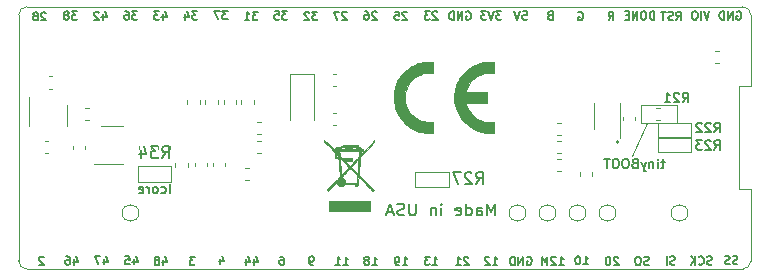
<source format=gbo>
G04 #@! TF.GenerationSoftware,KiCad,Pcbnew,(5.1.5)-3*
G04 #@! TF.CreationDate,2020-03-25T11:39:43-07:00*
G04 #@! TF.ProjectId,UPduino_v3.0,55506475-696e-46f5-9f76-332e302e6b69,3.0*
G04 #@! TF.SameCoordinates,PX5f5e100PY5f5e100*
G04 #@! TF.FileFunction,Legend,Bot*
G04 #@! TF.FilePolarity,Positive*
%FSLAX46Y46*%
G04 Gerber Fmt 4.6, Leading zero omitted, Abs format (unit mm)*
G04 Created by KiCad (PCBNEW (5.1.5)-3) date 2020-03-25 11:39:43*
%MOMM*%
%LPD*%
G04 APERTURE LIST*
%ADD10C,0.127000*%
%ADD11C,0.050000*%
%ADD12C,0.150000*%
%ADD13C,0.120000*%
%ADD14C,0.010000*%
G04 APERTURE END LIST*
D10*
X30313333Y21746667D02*
X30280000Y21780000D01*
X30213333Y21813334D01*
X30046666Y21813334D01*
X29980000Y21780000D01*
X29946666Y21746667D01*
X29913333Y21680000D01*
X29913333Y21613334D01*
X29946666Y21513334D01*
X30346666Y21113334D01*
X29913333Y21113334D01*
X29313333Y21813334D02*
X29446666Y21813334D01*
X29513333Y21780000D01*
X29546666Y21746667D01*
X29613333Y21646667D01*
X29646666Y21513334D01*
X29646666Y21246667D01*
X29613333Y21180000D01*
X29580000Y21146667D01*
X29513333Y21113334D01*
X29380000Y21113334D01*
X29313333Y21146667D01*
X29280000Y21180000D01*
X29246666Y21246667D01*
X29246666Y21413334D01*
X29280000Y21480000D01*
X29313333Y21513334D01*
X29380000Y21546667D01*
X29513333Y21546667D01*
X29580000Y21513334D01*
X29613333Y21480000D01*
X29646666Y21413334D01*
X2303333Y21691667D02*
X2270000Y21725000D01*
X2203333Y21758334D01*
X2036666Y21758334D01*
X1970000Y21725000D01*
X1936666Y21691667D01*
X1903333Y21625000D01*
X1903333Y21558334D01*
X1936666Y21458334D01*
X2336666Y21058334D01*
X1903333Y21058334D01*
X1503333Y21458334D02*
X1570000Y21491667D01*
X1603333Y21525000D01*
X1636666Y21591667D01*
X1636666Y21625000D01*
X1603333Y21691667D01*
X1570000Y21725000D01*
X1503333Y21758334D01*
X1370000Y21758334D01*
X1303333Y21725000D01*
X1270000Y21691667D01*
X1236666Y21625000D01*
X1236666Y21591667D01*
X1270000Y21525000D01*
X1303333Y21491667D01*
X1370000Y21458334D01*
X1503333Y21458334D01*
X1570000Y21425000D01*
X1603333Y21391667D01*
X1636666Y21325000D01*
X1636666Y21191667D01*
X1603333Y21125000D01*
X1570000Y21091667D01*
X1503333Y21058334D01*
X1370000Y21058334D01*
X1303333Y21091667D01*
X1270000Y21125000D01*
X1236666Y21191667D01*
X1236666Y21325000D01*
X1270000Y21391667D01*
X1303333Y21425000D01*
X1370000Y21458334D01*
X47396666Y21740000D02*
X47463333Y21773334D01*
X47563333Y21773334D01*
X47663333Y21740000D01*
X47730000Y21673334D01*
X47763333Y21606667D01*
X47796666Y21473334D01*
X47796666Y21373334D01*
X47763333Y21240000D01*
X47730000Y21173334D01*
X47663333Y21106667D01*
X47563333Y21073334D01*
X47496666Y21073334D01*
X47396666Y21106667D01*
X47363333Y21140000D01*
X47363333Y21373334D01*
X47496666Y21373334D01*
X35433333Y21746667D02*
X35400000Y21780000D01*
X35333333Y21813334D01*
X35166666Y21813334D01*
X35100000Y21780000D01*
X35066666Y21746667D01*
X35033333Y21680000D01*
X35033333Y21613334D01*
X35066666Y21513334D01*
X35466666Y21113334D01*
X35033333Y21113334D01*
X34800000Y21813334D02*
X34366666Y21813334D01*
X34600000Y21546667D01*
X34500000Y21546667D01*
X34433333Y21513334D01*
X34400000Y21480000D01*
X34366666Y21413334D01*
X34366666Y21246667D01*
X34400000Y21180000D01*
X34433333Y21146667D01*
X34500000Y21113334D01*
X34700000Y21113334D01*
X34766666Y21146667D01*
X34800000Y21180000D01*
X42668333Y21813334D02*
X43001666Y21813334D01*
X43035000Y21480000D01*
X43001666Y21513334D01*
X42935000Y21546667D01*
X42768333Y21546667D01*
X42701666Y21513334D01*
X42668333Y21480000D01*
X42635000Y21413334D01*
X42635000Y21246667D01*
X42668333Y21180000D01*
X42701666Y21146667D01*
X42768333Y21113334D01*
X42935000Y21113334D01*
X43001666Y21146667D01*
X43035000Y21180000D01*
X42435000Y21813334D02*
X42201666Y21113334D01*
X41968333Y21813334D01*
X55663333Y21093334D02*
X55896666Y21426667D01*
X56063333Y21093334D02*
X56063333Y21793334D01*
X55796666Y21793334D01*
X55730000Y21760000D01*
X55696666Y21726667D01*
X55663333Y21660000D01*
X55663333Y21560000D01*
X55696666Y21493334D01*
X55730000Y21460000D01*
X55796666Y21426667D01*
X56063333Y21426667D01*
X55396666Y21126667D02*
X55296666Y21093334D01*
X55130000Y21093334D01*
X55063333Y21126667D01*
X55030000Y21160000D01*
X54996666Y21226667D01*
X54996666Y21293334D01*
X55030000Y21360000D01*
X55063333Y21393334D01*
X55130000Y21426667D01*
X55263333Y21460000D01*
X55330000Y21493334D01*
X55363333Y21526667D01*
X55396666Y21593334D01*
X55396666Y21660000D01*
X55363333Y21726667D01*
X55330000Y21760000D01*
X55263333Y21793334D01*
X55096666Y21793334D01*
X54996666Y21760000D01*
X54796666Y21793334D02*
X54396666Y21793334D01*
X54596666Y21093334D02*
X54596666Y21793334D01*
X44985000Y21480000D02*
X44885000Y21446667D01*
X44851666Y21413334D01*
X44818333Y21346667D01*
X44818333Y21246667D01*
X44851666Y21180000D01*
X44885000Y21146667D01*
X44951666Y21113334D01*
X45218333Y21113334D01*
X45218333Y21813334D01*
X44985000Y21813334D01*
X44918333Y21780000D01*
X44885000Y21746667D01*
X44851666Y21680000D01*
X44851666Y21613334D01*
X44885000Y21546667D01*
X44918333Y21513334D01*
X44985000Y21480000D01*
X45218333Y21480000D01*
X27763333Y21736667D02*
X27730000Y21770000D01*
X27663333Y21803334D01*
X27496666Y21803334D01*
X27430000Y21770000D01*
X27396666Y21736667D01*
X27363333Y21670000D01*
X27363333Y21603334D01*
X27396666Y21503334D01*
X27796666Y21103334D01*
X27363333Y21103334D01*
X27130000Y21803334D02*
X26663333Y21803334D01*
X26963333Y21103334D01*
X17686666Y21843334D02*
X17253333Y21843334D01*
X17486666Y21576667D01*
X17386666Y21576667D01*
X17320000Y21543334D01*
X17286666Y21510000D01*
X17253333Y21443334D01*
X17253333Y21276667D01*
X17286666Y21210000D01*
X17320000Y21176667D01*
X17386666Y21143334D01*
X17586666Y21143334D01*
X17653333Y21176667D01*
X17686666Y21210000D01*
X17020000Y21843334D02*
X16553333Y21843334D01*
X16853333Y21143334D01*
X60803333Y21790000D02*
X60870000Y21823334D01*
X60970000Y21823334D01*
X61070000Y21790000D01*
X61136666Y21723334D01*
X61170000Y21656667D01*
X61203333Y21523334D01*
X61203333Y21423334D01*
X61170000Y21290000D01*
X61136666Y21223334D01*
X61070000Y21156667D01*
X60970000Y21123334D01*
X60903333Y21123334D01*
X60803333Y21156667D01*
X60770000Y21190000D01*
X60770000Y21423334D01*
X60903333Y21423334D01*
X60470000Y21123334D02*
X60470000Y21823334D01*
X60070000Y21123334D01*
X60070000Y21823334D01*
X59736666Y21123334D02*
X59736666Y21823334D01*
X59570000Y21823334D01*
X59470000Y21790000D01*
X59403333Y21723334D01*
X59370000Y21656667D01*
X59336666Y21523334D01*
X59336666Y21423334D01*
X59370000Y21290000D01*
X59403333Y21223334D01*
X59470000Y21156667D01*
X59570000Y21123334D01*
X59736666Y21123334D01*
X49943333Y21083334D02*
X50176666Y21416667D01*
X50343333Y21083334D02*
X50343333Y21783334D01*
X50076666Y21783334D01*
X50010000Y21750000D01*
X49976666Y21716667D01*
X49943333Y21650000D01*
X49943333Y21550000D01*
X49976666Y21483334D01*
X50010000Y21450000D01*
X50076666Y21416667D01*
X50343333Y21416667D01*
X20236666Y21793334D02*
X19803333Y21793334D01*
X20036666Y21526667D01*
X19936666Y21526667D01*
X19870000Y21493334D01*
X19836666Y21460000D01*
X19803333Y21393334D01*
X19803333Y21226667D01*
X19836666Y21160000D01*
X19870000Y21126667D01*
X19936666Y21093334D01*
X20136666Y21093334D01*
X20203333Y21126667D01*
X20236666Y21160000D01*
X19136666Y21093334D02*
X19536666Y21093334D01*
X19336666Y21093334D02*
X19336666Y21793334D01*
X19403333Y21693334D01*
X19470000Y21626667D01*
X19536666Y21593334D01*
X32883333Y21736667D02*
X32850000Y21770000D01*
X32783333Y21803334D01*
X32616666Y21803334D01*
X32550000Y21770000D01*
X32516666Y21736667D01*
X32483333Y21670000D01*
X32483333Y21603334D01*
X32516666Y21503334D01*
X32916666Y21103334D01*
X32483333Y21103334D01*
X31850000Y21803334D02*
X32183333Y21803334D01*
X32216666Y21470000D01*
X32183333Y21503334D01*
X32116666Y21536667D01*
X31950000Y21536667D01*
X31883333Y21503334D01*
X31850000Y21470000D01*
X31816666Y21403334D01*
X31816666Y21236667D01*
X31850000Y21170000D01*
X31883333Y21136667D01*
X31950000Y21103334D01*
X32116666Y21103334D01*
X32183333Y21136667D01*
X32216666Y21170000D01*
X53823333Y21123334D02*
X53823333Y21823334D01*
X53656666Y21823334D01*
X53556666Y21790000D01*
X53490000Y21723334D01*
X53456666Y21656667D01*
X53423333Y21523334D01*
X53423333Y21423334D01*
X53456666Y21290000D01*
X53490000Y21223334D01*
X53556666Y21156667D01*
X53656666Y21123334D01*
X53823333Y21123334D01*
X52990000Y21823334D02*
X52856666Y21823334D01*
X52790000Y21790000D01*
X52723333Y21723334D01*
X52690000Y21590000D01*
X52690000Y21356667D01*
X52723333Y21223334D01*
X52790000Y21156667D01*
X52856666Y21123334D01*
X52990000Y21123334D01*
X53056666Y21156667D01*
X53123333Y21223334D01*
X53156666Y21356667D01*
X53156666Y21590000D01*
X53123333Y21723334D01*
X53056666Y21790000D01*
X52990000Y21823334D01*
X52390000Y21123334D02*
X52390000Y21823334D01*
X51990000Y21123334D01*
X51990000Y21823334D01*
X51656666Y21490000D02*
X51423333Y21490000D01*
X51323333Y21123334D02*
X51656666Y21123334D01*
X51656666Y21823334D01*
X51323333Y21823334D01*
X10036666Y21823334D02*
X9603333Y21823334D01*
X9836666Y21556667D01*
X9736666Y21556667D01*
X9670000Y21523334D01*
X9636666Y21490000D01*
X9603333Y21423334D01*
X9603333Y21256667D01*
X9636666Y21190000D01*
X9670000Y21156667D01*
X9736666Y21123334D01*
X9936666Y21123334D01*
X10003333Y21156667D01*
X10036666Y21190000D01*
X9003333Y21823334D02*
X9136666Y21823334D01*
X9203333Y21790000D01*
X9236666Y21756667D01*
X9303333Y21656667D01*
X9336666Y21523334D01*
X9336666Y21256667D01*
X9303333Y21190000D01*
X9270000Y21156667D01*
X9203333Y21123334D01*
X9070000Y21123334D01*
X9003333Y21156667D01*
X8970000Y21190000D01*
X8936666Y21256667D01*
X8936666Y21423334D01*
X8970000Y21490000D01*
X9003333Y21523334D01*
X9070000Y21556667D01*
X9203333Y21556667D01*
X9270000Y21523334D01*
X9303333Y21490000D01*
X9336666Y21423334D01*
X4936666Y21813334D02*
X4503333Y21813334D01*
X4736666Y21546667D01*
X4636666Y21546667D01*
X4570000Y21513334D01*
X4536666Y21480000D01*
X4503333Y21413334D01*
X4503333Y21246667D01*
X4536666Y21180000D01*
X4570000Y21146667D01*
X4636666Y21113334D01*
X4836666Y21113334D01*
X4903333Y21146667D01*
X4936666Y21180000D01*
X4103333Y21513334D02*
X4170000Y21546667D01*
X4203333Y21580000D01*
X4236666Y21646667D01*
X4236666Y21680000D01*
X4203333Y21746667D01*
X4170000Y21780000D01*
X4103333Y21813334D01*
X3970000Y21813334D01*
X3903333Y21780000D01*
X3870000Y21746667D01*
X3836666Y21680000D01*
X3836666Y21646667D01*
X3870000Y21580000D01*
X3903333Y21546667D01*
X3970000Y21513334D01*
X4103333Y21513334D01*
X4170000Y21480000D01*
X4203333Y21446667D01*
X4236666Y21380000D01*
X4236666Y21246667D01*
X4203333Y21180000D01*
X4170000Y21146667D01*
X4103333Y21113334D01*
X3970000Y21113334D01*
X3903333Y21146667D01*
X3870000Y21180000D01*
X3836666Y21246667D01*
X3836666Y21380000D01*
X3870000Y21446667D01*
X3903333Y21480000D01*
X3970000Y21513334D01*
X22736666Y21833334D02*
X22303333Y21833334D01*
X22536666Y21566667D01*
X22436666Y21566667D01*
X22370000Y21533334D01*
X22336666Y21500000D01*
X22303333Y21433334D01*
X22303333Y21266667D01*
X22336666Y21200000D01*
X22370000Y21166667D01*
X22436666Y21133334D01*
X22636666Y21133334D01*
X22703333Y21166667D01*
X22736666Y21200000D01*
X21670000Y21833334D02*
X22003333Y21833334D01*
X22036666Y21500000D01*
X22003333Y21533334D01*
X21936666Y21566667D01*
X21770000Y21566667D01*
X21703333Y21533334D01*
X21670000Y21500000D01*
X21636666Y21433334D01*
X21636666Y21266667D01*
X21670000Y21200000D01*
X21703333Y21166667D01*
X21770000Y21133334D01*
X21936666Y21133334D01*
X22003333Y21166667D01*
X22036666Y21200000D01*
X15126666Y21823334D02*
X14693333Y21823334D01*
X14926666Y21556667D01*
X14826666Y21556667D01*
X14760000Y21523334D01*
X14726666Y21490000D01*
X14693333Y21423334D01*
X14693333Y21256667D01*
X14726666Y21190000D01*
X14760000Y21156667D01*
X14826666Y21123334D01*
X15026666Y21123334D01*
X15093333Y21156667D01*
X15126666Y21190000D01*
X14093333Y21590000D02*
X14093333Y21123334D01*
X14260000Y21856667D02*
X14426666Y21356667D01*
X13993333Y21356667D01*
X7110000Y21560000D02*
X7110000Y21093334D01*
X7276666Y21826667D02*
X7443333Y21326667D01*
X7010000Y21326667D01*
X6776666Y21726667D02*
X6743333Y21760000D01*
X6676666Y21793334D01*
X6510000Y21793334D01*
X6443333Y21760000D01*
X6410000Y21726667D01*
X6376666Y21660000D01*
X6376666Y21593334D01*
X6410000Y21493334D01*
X6810000Y21093334D01*
X6376666Y21093334D01*
X25286666Y21793334D02*
X24853333Y21793334D01*
X25086666Y21526667D01*
X24986666Y21526667D01*
X24920000Y21493334D01*
X24886666Y21460000D01*
X24853333Y21393334D01*
X24853333Y21226667D01*
X24886666Y21160000D01*
X24920000Y21126667D01*
X24986666Y21093334D01*
X25186666Y21093334D01*
X25253333Y21126667D01*
X25286666Y21160000D01*
X24586666Y21726667D02*
X24553333Y21760000D01*
X24486666Y21793334D01*
X24320000Y21793334D01*
X24253333Y21760000D01*
X24220000Y21726667D01*
X24186666Y21660000D01*
X24186666Y21593334D01*
X24220000Y21493334D01*
X24620000Y21093334D01*
X24186666Y21093334D01*
X58486666Y21833334D02*
X58253333Y21133334D01*
X58020000Y21833334D01*
X57786666Y21133334D02*
X57786666Y21833334D01*
X57320000Y21833334D02*
X57186666Y21833334D01*
X57120000Y21800000D01*
X57053333Y21733334D01*
X57020000Y21600000D01*
X57020000Y21366667D01*
X57053333Y21233334D01*
X57120000Y21166667D01*
X57186666Y21133334D01*
X57320000Y21133334D01*
X57386666Y21166667D01*
X57453333Y21233334D01*
X57486666Y21366667D01*
X57486666Y21600000D01*
X57453333Y21733334D01*
X57386666Y21800000D01*
X57320000Y21833334D01*
X12190000Y21580000D02*
X12190000Y21113334D01*
X12356666Y21846667D02*
X12523333Y21346667D01*
X12090000Y21346667D01*
X11890000Y21813334D02*
X11456666Y21813334D01*
X11690000Y21546667D01*
X11590000Y21546667D01*
X11523333Y21513334D01*
X11490000Y21480000D01*
X11456666Y21413334D01*
X11456666Y21246667D01*
X11490000Y21180000D01*
X11523333Y21146667D01*
X11590000Y21113334D01*
X11790000Y21113334D01*
X11856666Y21146667D01*
X11890000Y21180000D01*
X37903333Y21780000D02*
X37970000Y21813334D01*
X38070000Y21813334D01*
X38170000Y21780000D01*
X38236666Y21713334D01*
X38270000Y21646667D01*
X38303333Y21513334D01*
X38303333Y21413334D01*
X38270000Y21280000D01*
X38236666Y21213334D01*
X38170000Y21146667D01*
X38070000Y21113334D01*
X38003333Y21113334D01*
X37903333Y21146667D01*
X37870000Y21180000D01*
X37870000Y21413334D01*
X38003333Y21413334D01*
X37570000Y21113334D02*
X37570000Y21813334D01*
X37170000Y21113334D01*
X37170000Y21813334D01*
X36836666Y21113334D02*
X36836666Y21813334D01*
X36670000Y21813334D01*
X36570000Y21780000D01*
X36503333Y21713334D01*
X36470000Y21646667D01*
X36436666Y21513334D01*
X36436666Y21413334D01*
X36470000Y21280000D01*
X36503333Y21213334D01*
X36570000Y21146667D01*
X36670000Y21113334D01*
X36836666Y21113334D01*
X40876666Y21813334D02*
X40443333Y21813334D01*
X40676666Y21546667D01*
X40576666Y21546667D01*
X40510000Y21513334D01*
X40476666Y21480000D01*
X40443333Y21413334D01*
X40443333Y21246667D01*
X40476666Y21180000D01*
X40510000Y21146667D01*
X40576666Y21113334D01*
X40776666Y21113334D01*
X40843333Y21146667D01*
X40876666Y21180000D01*
X40243333Y21813334D02*
X40010000Y21113334D01*
X39776666Y21813334D01*
X39610000Y21813334D02*
X39176666Y21813334D01*
X39410000Y21546667D01*
X39310000Y21546667D01*
X39243333Y21513334D01*
X39210000Y21480000D01*
X39176666Y21413334D01*
X39176666Y21246667D01*
X39210000Y21180000D01*
X39243333Y21146667D01*
X39310000Y21113334D01*
X39510000Y21113334D01*
X39576666Y21146667D01*
X39610000Y21180000D01*
X19910000Y820000D02*
X19910000Y353334D01*
X20076666Y1086667D02*
X20243333Y586667D01*
X19810000Y586667D01*
X19243333Y820000D02*
X19243333Y353334D01*
X19410000Y1086667D02*
X19576666Y586667D01*
X19143333Y586667D01*
X24913333Y373334D02*
X24780000Y373334D01*
X24713333Y406667D01*
X24680000Y440000D01*
X24613333Y540000D01*
X24580000Y673334D01*
X24580000Y940000D01*
X24613333Y1006667D01*
X24646666Y1040000D01*
X24713333Y1073334D01*
X24846666Y1073334D01*
X24913333Y1040000D01*
X24946666Y1006667D01*
X24980000Y940000D01*
X24980000Y773334D01*
X24946666Y706667D01*
X24913333Y673334D01*
X24846666Y640000D01*
X24713333Y640000D01*
X24646666Y673334D01*
X24613333Y706667D01*
X24580000Y773334D01*
X12250000Y810000D02*
X12250000Y343334D01*
X12416666Y1076667D02*
X12583333Y576667D01*
X12150000Y576667D01*
X11783333Y743334D02*
X11850000Y776667D01*
X11883333Y810000D01*
X11916666Y876667D01*
X11916666Y910000D01*
X11883333Y976667D01*
X11850000Y1010000D01*
X11783333Y1043334D01*
X11650000Y1043334D01*
X11583333Y1010000D01*
X11550000Y976667D01*
X11516666Y910000D01*
X11516666Y876667D01*
X11550000Y810000D01*
X11583333Y776667D01*
X11650000Y743334D01*
X11783333Y743334D01*
X11850000Y710000D01*
X11883333Y676667D01*
X11916666Y610000D01*
X11916666Y476667D01*
X11883333Y410000D01*
X11850000Y376667D01*
X11783333Y343334D01*
X11650000Y343334D01*
X11583333Y376667D01*
X11550000Y410000D01*
X11516666Y476667D01*
X11516666Y610000D01*
X11550000Y676667D01*
X11583333Y710000D01*
X11650000Y743334D01*
X38083333Y976667D02*
X38050000Y1010000D01*
X37983333Y1043334D01*
X37816666Y1043334D01*
X37750000Y1010000D01*
X37716666Y976667D01*
X37683333Y910000D01*
X37683333Y843334D01*
X37716666Y743334D01*
X38116666Y343334D01*
X37683333Y343334D01*
X37016666Y343334D02*
X37416666Y343334D01*
X37216666Y343334D02*
X37216666Y1043334D01*
X37283333Y943334D01*
X37350000Y876667D01*
X37416666Y843334D01*
X14903333Y1043334D02*
X14470000Y1043334D01*
X14703333Y776667D01*
X14603333Y776667D01*
X14536666Y743334D01*
X14503333Y710000D01*
X14470000Y643334D01*
X14470000Y476667D01*
X14503333Y410000D01*
X14536666Y376667D01*
X14603333Y343334D01*
X14803333Y343334D01*
X14870000Y376667D01*
X14903333Y410000D01*
X9740000Y860000D02*
X9740000Y393334D01*
X9906666Y1126667D02*
X10073333Y626667D01*
X9640000Y626667D01*
X9040000Y1093334D02*
X9373333Y1093334D01*
X9406666Y760000D01*
X9373333Y793334D01*
X9306666Y826667D01*
X9140000Y826667D01*
X9073333Y793334D01*
X9040000Y760000D01*
X9006666Y693334D01*
X9006666Y526667D01*
X9040000Y460000D01*
X9073333Y426667D01*
X9140000Y393334D01*
X9306666Y393334D01*
X9373333Y426667D01*
X9406666Y460000D01*
X32513333Y333334D02*
X32913333Y333334D01*
X32713333Y333334D02*
X32713333Y1033334D01*
X32780000Y933334D01*
X32846666Y866667D01*
X32913333Y833334D01*
X32180000Y333334D02*
X32046666Y333334D01*
X31980000Y366667D01*
X31946666Y400000D01*
X31880000Y500000D01*
X31846666Y633334D01*
X31846666Y900000D01*
X31880000Y966667D01*
X31913333Y1000000D01*
X31980000Y1033334D01*
X32113333Y1033334D01*
X32180000Y1000000D01*
X32213333Y966667D01*
X32246666Y900000D01*
X32246666Y733334D01*
X32213333Y666667D01*
X32180000Y633334D01*
X32113333Y600000D01*
X31980000Y600000D01*
X31913333Y633334D01*
X31880000Y666667D01*
X31846666Y733334D01*
X7210000Y860000D02*
X7210000Y393334D01*
X7376666Y1126667D02*
X7543333Y626667D01*
X7110000Y626667D01*
X6910000Y1093334D02*
X6443333Y1093334D01*
X6743333Y393334D01*
X4680000Y840000D02*
X4680000Y373334D01*
X4846666Y1106667D02*
X5013333Y606667D01*
X4580000Y606667D01*
X4013333Y1073334D02*
X4146666Y1073334D01*
X4213333Y1040000D01*
X4246666Y1006667D01*
X4313333Y906667D01*
X4346666Y773334D01*
X4346666Y506667D01*
X4313333Y440000D01*
X4280000Y406667D01*
X4213333Y373334D01*
X4080000Y373334D01*
X4013333Y406667D01*
X3980000Y440000D01*
X3946666Y506667D01*
X3946666Y673334D01*
X3980000Y740000D01*
X4013333Y773334D01*
X4080000Y806667D01*
X4213333Y806667D01*
X4280000Y773334D01*
X4313333Y740000D01*
X4346666Y673334D01*
X40133333Y353334D02*
X40533333Y353334D01*
X40333333Y353334D02*
X40333333Y1053334D01*
X40400000Y953334D01*
X40466666Y886667D01*
X40533333Y853334D01*
X39866666Y986667D02*
X39833333Y1020000D01*
X39766666Y1053334D01*
X39600000Y1053334D01*
X39533333Y1020000D01*
X39500000Y986667D01*
X39466666Y920000D01*
X39466666Y853334D01*
X39500000Y753334D01*
X39900000Y353334D01*
X39466666Y353334D01*
X29943333Y353334D02*
X30343333Y353334D01*
X30143333Y353334D02*
X30143333Y1053334D01*
X30210000Y953334D01*
X30276666Y886667D01*
X30343333Y853334D01*
X29543333Y753334D02*
X29610000Y786667D01*
X29643333Y820000D01*
X29676666Y886667D01*
X29676666Y920000D01*
X29643333Y986667D01*
X29610000Y1020000D01*
X29543333Y1053334D01*
X29410000Y1053334D01*
X29343333Y1020000D01*
X29310000Y986667D01*
X29276666Y920000D01*
X29276666Y886667D01*
X29310000Y820000D01*
X29343333Y786667D01*
X29410000Y753334D01*
X29543333Y753334D01*
X29610000Y720000D01*
X29643333Y686667D01*
X29676666Y620000D01*
X29676666Y486667D01*
X29643333Y420000D01*
X29610000Y386667D01*
X29543333Y353334D01*
X29410000Y353334D01*
X29343333Y386667D01*
X29310000Y420000D01*
X29276666Y486667D01*
X29276666Y620000D01*
X29310000Y686667D01*
X29343333Y720000D01*
X29410000Y753334D01*
X35033333Y363334D02*
X35433333Y363334D01*
X35233333Y363334D02*
X35233333Y1063334D01*
X35300000Y963334D01*
X35366666Y896667D01*
X35433333Y863334D01*
X34800000Y1063334D02*
X34366666Y1063334D01*
X34600000Y796667D01*
X34500000Y796667D01*
X34433333Y763334D01*
X34400000Y730000D01*
X34366666Y663334D01*
X34366666Y496667D01*
X34400000Y430000D01*
X34433333Y396667D01*
X34500000Y363334D01*
X34700000Y363334D01*
X34766666Y396667D01*
X34800000Y430000D01*
X17026666Y880000D02*
X17026666Y413334D01*
X17193333Y1146667D02*
X17360000Y646667D01*
X16926666Y646667D01*
X2130000Y986667D02*
X2096666Y1020000D01*
X2030000Y1053334D01*
X1863333Y1053334D01*
X1796666Y1020000D01*
X1763333Y986667D01*
X1730000Y920000D01*
X1730000Y853334D01*
X1763333Y753334D01*
X2163333Y353334D01*
X1730000Y353334D01*
X22146666Y1063334D02*
X22280000Y1063334D01*
X22346666Y1030000D01*
X22380000Y996667D01*
X22446666Y896667D01*
X22480000Y763334D01*
X22480000Y496667D01*
X22446666Y430000D01*
X22413333Y396667D01*
X22346666Y363334D01*
X22213333Y363334D01*
X22146666Y396667D01*
X22113333Y430000D01*
X22080000Y496667D01*
X22080000Y663334D01*
X22113333Y730000D01*
X22146666Y763334D01*
X22213333Y796667D01*
X22346666Y796667D01*
X22413333Y763334D01*
X22446666Y730000D01*
X22480000Y663334D01*
X27483333Y363334D02*
X27883333Y363334D01*
X27683333Y363334D02*
X27683333Y1063334D01*
X27750000Y963334D01*
X27816666Y896667D01*
X27883333Y863334D01*
X26816666Y363334D02*
X27216666Y363334D01*
X27016666Y363334D02*
X27016666Y1063334D01*
X27083333Y963334D01*
X27150000Y896667D01*
X27216666Y863334D01*
X43053333Y1020000D02*
X43120000Y1053334D01*
X43220000Y1053334D01*
X43320000Y1020000D01*
X43386666Y953334D01*
X43420000Y886667D01*
X43453333Y753334D01*
X43453333Y653334D01*
X43420000Y520000D01*
X43386666Y453334D01*
X43320000Y386667D01*
X43220000Y353334D01*
X43153333Y353334D01*
X43053333Y386667D01*
X43020000Y420000D01*
X43020000Y653334D01*
X43153333Y653334D01*
X42720000Y353334D02*
X42720000Y1053334D01*
X42320000Y353334D01*
X42320000Y1053334D01*
X41986666Y353334D02*
X41986666Y1053334D01*
X41820000Y1053334D01*
X41720000Y1020000D01*
X41653333Y953334D01*
X41620000Y886667D01*
X41586666Y753334D01*
X41586666Y653334D01*
X41620000Y520000D01*
X41653333Y453334D01*
X41720000Y386667D01*
X41820000Y353334D01*
X41986666Y353334D01*
X55556666Y406667D02*
X55456666Y373334D01*
X55290000Y373334D01*
X55223333Y406667D01*
X55190000Y440000D01*
X55156666Y506667D01*
X55156666Y573334D01*
X55190000Y640000D01*
X55223333Y673334D01*
X55290000Y706667D01*
X55423333Y740000D01*
X55490000Y773334D01*
X55523333Y806667D01*
X55556666Y873334D01*
X55556666Y940000D01*
X55523333Y1006667D01*
X55490000Y1040000D01*
X55423333Y1073334D01*
X55256666Y1073334D01*
X55156666Y1040000D01*
X54856666Y373334D02*
X54856666Y1073334D01*
X53336666Y386667D02*
X53236666Y353334D01*
X53070000Y353334D01*
X53003333Y386667D01*
X52970000Y420000D01*
X52936666Y486667D01*
X52936666Y553334D01*
X52970000Y620000D01*
X53003333Y653334D01*
X53070000Y686667D01*
X53203333Y720000D01*
X53270000Y753334D01*
X53303333Y786667D01*
X53336666Y853334D01*
X53336666Y920000D01*
X53303333Y986667D01*
X53270000Y1020000D01*
X53203333Y1053334D01*
X53036666Y1053334D01*
X52936666Y1020000D01*
X52503333Y1053334D02*
X52370000Y1053334D01*
X52303333Y1020000D01*
X52236666Y953334D01*
X52203333Y820000D01*
X52203333Y586667D01*
X52236666Y453334D01*
X52303333Y386667D01*
X52370000Y353334D01*
X52503333Y353334D01*
X52570000Y386667D01*
X52636666Y453334D01*
X52670000Y586667D01*
X52670000Y820000D01*
X52636666Y953334D01*
X52570000Y1020000D01*
X52503333Y1053334D01*
X45733333Y363334D02*
X46133333Y363334D01*
X45933333Y363334D02*
X45933333Y1063334D01*
X46000000Y963334D01*
X46066666Y896667D01*
X46133333Y863334D01*
X45466666Y996667D02*
X45433333Y1030000D01*
X45366666Y1063334D01*
X45200000Y1063334D01*
X45133333Y1030000D01*
X45100000Y996667D01*
X45066666Y930000D01*
X45066666Y863334D01*
X45100000Y763334D01*
X45500000Y363334D01*
X45066666Y363334D01*
X44766666Y363334D02*
X44766666Y1063334D01*
X44533333Y563334D01*
X44300000Y1063334D01*
X44300000Y363334D01*
X47813333Y393334D02*
X48213333Y393334D01*
X48013333Y393334D02*
X48013333Y1093334D01*
X48080000Y993334D01*
X48146666Y926667D01*
X48213333Y893334D01*
X47380000Y1093334D02*
X47313333Y1093334D01*
X47246666Y1060000D01*
X47213333Y1026667D01*
X47180000Y960000D01*
X47146666Y826667D01*
X47146666Y660000D01*
X47180000Y526667D01*
X47213333Y460000D01*
X47246666Y426667D01*
X47313333Y393334D01*
X47380000Y393334D01*
X47446666Y426667D01*
X47480000Y460000D01*
X47513333Y526667D01*
X47546666Y660000D01*
X47546666Y826667D01*
X47513333Y960000D01*
X47480000Y1026667D01*
X47446666Y1060000D01*
X47380000Y1093334D01*
X60863333Y456667D02*
X60763333Y423334D01*
X60596666Y423334D01*
X60530000Y456667D01*
X60496666Y490000D01*
X60463333Y556667D01*
X60463333Y623334D01*
X60496666Y690000D01*
X60530000Y723334D01*
X60596666Y756667D01*
X60730000Y790000D01*
X60796666Y823334D01*
X60830000Y856667D01*
X60863333Y923334D01*
X60863333Y990000D01*
X60830000Y1056667D01*
X60796666Y1090000D01*
X60730000Y1123334D01*
X60563333Y1123334D01*
X60463333Y1090000D01*
X60196666Y456667D02*
X60096666Y423334D01*
X59930000Y423334D01*
X59863333Y456667D01*
X59830000Y490000D01*
X59796666Y556667D01*
X59796666Y623334D01*
X59830000Y690000D01*
X59863333Y723334D01*
X59930000Y756667D01*
X60063333Y790000D01*
X60130000Y823334D01*
X60163333Y856667D01*
X60196666Y923334D01*
X60196666Y990000D01*
X60163333Y1056667D01*
X60130000Y1090000D01*
X60063333Y1123334D01*
X59896666Y1123334D01*
X59796666Y1090000D01*
X58690000Y416667D02*
X58590000Y383334D01*
X58423333Y383334D01*
X58356666Y416667D01*
X58323333Y450000D01*
X58290000Y516667D01*
X58290000Y583334D01*
X58323333Y650000D01*
X58356666Y683334D01*
X58423333Y716667D01*
X58556666Y750000D01*
X58623333Y783334D01*
X58656666Y816667D01*
X58690000Y883334D01*
X58690000Y950000D01*
X58656666Y1016667D01*
X58623333Y1050000D01*
X58556666Y1083334D01*
X58390000Y1083334D01*
X58290000Y1050000D01*
X57590000Y450000D02*
X57623333Y416667D01*
X57723333Y383334D01*
X57790000Y383334D01*
X57890000Y416667D01*
X57956666Y483334D01*
X57990000Y550000D01*
X58023333Y683334D01*
X58023333Y783334D01*
X57990000Y916667D01*
X57956666Y983334D01*
X57890000Y1050000D01*
X57790000Y1083334D01*
X57723333Y1083334D01*
X57623333Y1050000D01*
X57590000Y1016667D01*
X57290000Y383334D02*
X57290000Y1083334D01*
X56890000Y383334D02*
X57190000Y783334D01*
X56890000Y1083334D02*
X57290000Y683334D01*
X50773333Y976667D02*
X50740000Y1010000D01*
X50673333Y1043334D01*
X50506666Y1043334D01*
X50440000Y1010000D01*
X50406666Y976667D01*
X50373333Y910000D01*
X50373333Y843334D01*
X50406666Y743334D01*
X50806666Y343334D01*
X50373333Y343334D01*
X49940000Y1043334D02*
X49873333Y1043334D01*
X49806666Y1010000D01*
X49773333Y976667D01*
X49740000Y910000D01*
X49706666Y776667D01*
X49706666Y610000D01*
X49740000Y476667D01*
X49773333Y410000D01*
X49806666Y376667D01*
X49873333Y343334D01*
X49940000Y343334D01*
X50006666Y376667D01*
X50040000Y410000D01*
X50073333Y476667D01*
X50106666Y610000D01*
X50106666Y776667D01*
X50073333Y910000D01*
X50040000Y976667D01*
X50006666Y1010000D01*
X49940000Y1043334D01*
D11*
X0Y21520000D02*
G75*
G02X700000Y22220000I700000J0D01*
G01*
X61300000Y22220000D02*
G75*
G02X62000000Y21520000I0J-700000D01*
G01*
X62000000Y700000D02*
G75*
G02X61300000Y0I-700000J0D01*
G01*
X700000Y0D02*
G75*
G02X0Y700000I0J700000D01*
G01*
D12*
X40357619Y4547620D02*
X40357619Y5547620D01*
X40024285Y4833334D01*
X39690952Y5547620D01*
X39690952Y4547620D01*
X38786190Y4547620D02*
X38786190Y5071429D01*
X38833809Y5166667D01*
X38929047Y5214286D01*
X39119523Y5214286D01*
X39214761Y5166667D01*
X38786190Y4595239D02*
X38881428Y4547620D01*
X39119523Y4547620D01*
X39214761Y4595239D01*
X39262380Y4690477D01*
X39262380Y4785715D01*
X39214761Y4880953D01*
X39119523Y4928572D01*
X38881428Y4928572D01*
X38786190Y4976191D01*
X37881428Y4547620D02*
X37881428Y5547620D01*
X37881428Y4595239D02*
X37976666Y4547620D01*
X38167142Y4547620D01*
X38262380Y4595239D01*
X38310000Y4642858D01*
X38357619Y4738096D01*
X38357619Y5023810D01*
X38310000Y5119048D01*
X38262380Y5166667D01*
X38167142Y5214286D01*
X37976666Y5214286D01*
X37881428Y5166667D01*
X37024285Y4595239D02*
X37119523Y4547620D01*
X37310000Y4547620D01*
X37405238Y4595239D01*
X37452857Y4690477D01*
X37452857Y5071429D01*
X37405238Y5166667D01*
X37310000Y5214286D01*
X37119523Y5214286D01*
X37024285Y5166667D01*
X36976666Y5071429D01*
X36976666Y4976191D01*
X37452857Y4880953D01*
X35786190Y4547620D02*
X35786190Y5214286D01*
X35786190Y5547620D02*
X35833809Y5500000D01*
X35786190Y5452381D01*
X35738571Y5500000D01*
X35786190Y5547620D01*
X35786190Y5452381D01*
X35310000Y5214286D02*
X35310000Y4547620D01*
X35310000Y5119048D02*
X35262380Y5166667D01*
X35167142Y5214286D01*
X35024285Y5214286D01*
X34929047Y5166667D01*
X34881428Y5071429D01*
X34881428Y4547620D01*
X33643333Y5547620D02*
X33643333Y4738096D01*
X33595714Y4642858D01*
X33548095Y4595239D01*
X33452857Y4547620D01*
X33262380Y4547620D01*
X33167142Y4595239D01*
X33119523Y4642858D01*
X33071904Y4738096D01*
X33071904Y5547620D01*
X32643333Y4595239D02*
X32500476Y4547620D01*
X32262380Y4547620D01*
X32167142Y4595239D01*
X32119523Y4642858D01*
X32071904Y4738096D01*
X32071904Y4833334D01*
X32119523Y4928572D01*
X32167142Y4976191D01*
X32262380Y5023810D01*
X32452857Y5071429D01*
X32548095Y5119048D01*
X32595714Y5166667D01*
X32643333Y5261905D01*
X32643333Y5357143D01*
X32595714Y5452381D01*
X32548095Y5500000D01*
X32452857Y5547620D01*
X32214761Y5547620D01*
X32071904Y5500000D01*
X31690952Y4833334D02*
X31214761Y4833334D01*
X31786190Y4547620D02*
X31452857Y5547620D01*
X31119523Y4547620D01*
D13*
X55702000Y13894000D02*
X55702000Y12370000D01*
X52654000Y13894000D02*
X55702000Y13894000D01*
X52654000Y12370000D02*
X52654000Y13894000D01*
X54100000Y12400000D02*
X52654000Y12370000D01*
X53162000Y12370000D02*
X51892000Y9576000D01*
D12*
X12801238Y6438096D02*
X12801238Y7238096D01*
X12077428Y6476191D02*
X12153619Y6438096D01*
X12306000Y6438096D01*
X12382190Y6476191D01*
X12420285Y6514286D01*
X12458380Y6590477D01*
X12458380Y6819048D01*
X12420285Y6895239D01*
X12382190Y6933334D01*
X12306000Y6971429D01*
X12153619Y6971429D01*
X12077428Y6933334D01*
X11620285Y6438096D02*
X11696476Y6476191D01*
X11734571Y6514286D01*
X11772666Y6590477D01*
X11772666Y6819048D01*
X11734571Y6895239D01*
X11696476Y6933334D01*
X11620285Y6971429D01*
X11506000Y6971429D01*
X11429809Y6933334D01*
X11391714Y6895239D01*
X11353619Y6819048D01*
X11353619Y6590477D01*
X11391714Y6514286D01*
X11429809Y6476191D01*
X11506000Y6438096D01*
X11620285Y6438096D01*
X11010761Y6438096D02*
X11010761Y6971429D01*
X11010761Y6819048D02*
X10972666Y6895239D01*
X10934571Y6933334D01*
X10858380Y6971429D01*
X10782190Y6971429D01*
X10210761Y6476191D02*
X10286952Y6438096D01*
X10439333Y6438096D01*
X10515523Y6476191D01*
X10553619Y6552381D01*
X10553619Y6857143D01*
X10515523Y6933334D01*
X10439333Y6971429D01*
X10286952Y6971429D01*
X10210761Y6933334D01*
X10172666Y6857143D01*
X10172666Y6780953D01*
X10553619Y6704762D01*
X54702380Y9071429D02*
X54397619Y9071429D01*
X54588095Y9338096D02*
X54588095Y8652381D01*
X54550000Y8576191D01*
X54473809Y8538096D01*
X54397619Y8538096D01*
X54130952Y8538096D02*
X54130952Y9071429D01*
X54130952Y9338096D02*
X54169047Y9300000D01*
X54130952Y9261905D01*
X54092857Y9300000D01*
X54130952Y9338096D01*
X54130952Y9261905D01*
X53750000Y9071429D02*
X53750000Y8538096D01*
X53750000Y8995239D02*
X53711904Y9033334D01*
X53635714Y9071429D01*
X53521428Y9071429D01*
X53445238Y9033334D01*
X53407142Y8957143D01*
X53407142Y8538096D01*
X53102380Y9071429D02*
X52911904Y8538096D01*
X52721428Y9071429D02*
X52911904Y8538096D01*
X52988095Y8347620D01*
X53026190Y8309524D01*
X53102380Y8271429D01*
X52150000Y8957143D02*
X52035714Y8919048D01*
X51997619Y8880953D01*
X51959523Y8804762D01*
X51959523Y8690477D01*
X51997619Y8614286D01*
X52035714Y8576191D01*
X52111904Y8538096D01*
X52416666Y8538096D01*
X52416666Y9338096D01*
X52150000Y9338096D01*
X52073809Y9300000D01*
X52035714Y9261905D01*
X51997619Y9185715D01*
X51997619Y9109524D01*
X52035714Y9033334D01*
X52073809Y8995239D01*
X52150000Y8957143D01*
X52416666Y8957143D01*
X51464285Y9338096D02*
X51311904Y9338096D01*
X51235714Y9300000D01*
X51159523Y9223810D01*
X51121428Y9071429D01*
X51121428Y8804762D01*
X51159523Y8652381D01*
X51235714Y8576191D01*
X51311904Y8538096D01*
X51464285Y8538096D01*
X51540476Y8576191D01*
X51616666Y8652381D01*
X51654761Y8804762D01*
X51654761Y9071429D01*
X51616666Y9223810D01*
X51540476Y9300000D01*
X51464285Y9338096D01*
X50626190Y9338096D02*
X50473809Y9338096D01*
X50397619Y9300000D01*
X50321428Y9223810D01*
X50283333Y9071429D01*
X50283333Y8804762D01*
X50321428Y8652381D01*
X50397619Y8576191D01*
X50473809Y8538096D01*
X50626190Y8538096D01*
X50702380Y8576191D01*
X50778571Y8652381D01*
X50816666Y8804762D01*
X50816666Y9071429D01*
X50778571Y9223810D01*
X50702380Y9300000D01*
X50626190Y9338096D01*
X50054761Y9338096D02*
X49597619Y9338096D01*
X49826190Y8538096D02*
X49826190Y9338096D01*
D13*
X50850000Y10750000D02*
G75*
G03X50850000Y10750000I-125000J0D01*
G01*
D11*
X62000000Y6800000D02*
X61000000Y6800000D01*
X62000000Y15500000D02*
X61000000Y15500000D01*
X61000000Y6800000D02*
X61000000Y15500000D01*
X62000000Y700000D02*
X62000000Y6800000D01*
X0Y21520000D02*
X0Y700000D01*
X61300000Y22220000D02*
X700000Y22220000D01*
X62000000Y15500000D02*
X62000000Y21520000D01*
X700000Y0D02*
X61300000Y0D01*
D14*
G36*
X25885570Y10845152D02*
G01*
X25886189Y10758069D01*
X26337914Y10299109D01*
X26789639Y9840148D01*
X26789968Y9629529D01*
X26790297Y9418911D01*
X27065390Y9418911D01*
X27072478Y9365470D01*
X27075162Y9341112D01*
X27079687Y9295241D01*
X27085809Y9230595D01*
X27093288Y9149909D01*
X27101881Y9055919D01*
X27111346Y8951363D01*
X27121442Y8838975D01*
X27131926Y8721493D01*
X27142556Y8601652D01*
X27153091Y8482189D01*
X27163287Y8365841D01*
X27172905Y8255343D01*
X27181700Y8153431D01*
X27189432Y8062842D01*
X27195858Y7986313D01*
X27200737Y7926579D01*
X27203825Y7886376D01*
X27204883Y7868441D01*
X27204882Y7868356D01*
X27197173Y7853965D01*
X27174019Y7824252D01*
X27135105Y7778869D01*
X27080116Y7717471D01*
X27008736Y7639712D01*
X26920651Y7545246D01*
X26815546Y7433728D01*
X26693105Y7304812D01*
X26658690Y7268713D01*
X26112863Y6696584D01*
X26201119Y6608564D01*
X26272515Y6686242D01*
X26298634Y6714314D01*
X26339434Y6757726D01*
X26392223Y6813634D01*
X26454309Y6879192D01*
X26523000Y6951559D01*
X26595604Y7027888D01*
X26639040Y7073476D01*
X26720584Y7158881D01*
X26786496Y7227290D01*
X26838456Y7279947D01*
X26878145Y7318095D01*
X26907243Y7342980D01*
X26927431Y7355844D01*
X26940390Y7357932D01*
X26947800Y7350487D01*
X26951342Y7334754D01*
X26952697Y7311977D01*
X26952879Y7305761D01*
X26962297Y7262939D01*
X26985503Y7211181D01*
X27017864Y7158672D01*
X27054748Y7113597D01*
X27069507Y7099672D01*
X27145233Y7050953D01*
X27233692Y7023694D01*
X27311900Y7017227D01*
X27400532Y7029424D01*
X27482388Y7065187D01*
X27554836Y7123278D01*
X27568203Y7137738D01*
X27617082Y7193267D01*
X28462674Y7193267D01*
X28462674Y7017227D01*
X28689010Y7017227D01*
X28689010Y7099469D01*
X28691850Y7155614D01*
X28701393Y7194584D01*
X28712991Y7215781D01*
X28721277Y7230948D01*
X28728373Y7252938D01*
X28734748Y7285013D01*
X28740872Y7330431D01*
X28747216Y7392452D01*
X28754250Y7474338D01*
X28759066Y7535254D01*
X28781161Y7820657D01*
X29323565Y7271195D01*
X29421637Y7171772D01*
X29515784Y7076185D01*
X29604285Y6986190D01*
X29685420Y6903543D01*
X29757469Y6829999D01*
X29818712Y6767316D01*
X29867427Y6717248D01*
X29901896Y6681552D01*
X29920379Y6662005D01*
X29950743Y6631056D01*
X29976071Y6609470D01*
X29989695Y6602277D01*
X30007095Y6610703D01*
X30032460Y6631755D01*
X30041058Y6640329D01*
X30077514Y6678380D01*
X29876802Y6882342D01*
X29825596Y6934301D01*
X29759569Y7001180D01*
X29681618Y7080050D01*
X29594638Y7167986D01*
X29501526Y7262059D01*
X29405179Y7359342D01*
X29308492Y7456907D01*
X29239134Y7526855D01*
X29133703Y7633450D01*
X29045129Y7723693D01*
X28972281Y7798808D01*
X28914023Y7860014D01*
X28869225Y7908534D01*
X28847021Y7933871D01*
X28668724Y7933871D01*
X28646401Y7648445D01*
X28639669Y7564781D01*
X28633157Y7488273D01*
X28627234Y7422919D01*
X28622268Y7372719D01*
X28618629Y7341671D01*
X28617458Y7334727D01*
X28610838Y7306435D01*
X27661364Y7306435D01*
X27655026Y7385394D01*
X27635890Y7478685D01*
X27595846Y7561209D01*
X27537418Y7629962D01*
X27463129Y7681937D01*
X27379748Y7713137D01*
X27352698Y7727772D01*
X27339156Y7759181D01*
X27338872Y7760566D01*
X27337247Y7773826D01*
X27339256Y7787405D01*
X27346858Y7803819D01*
X27362016Y7825589D01*
X27386688Y7855233D01*
X27422836Y7895268D01*
X27472420Y7948215D01*
X27537401Y8016591D01*
X27541599Y8020995D01*
X27611493Y8094389D01*
X27685800Y8172563D01*
X27759414Y8250136D01*
X27827229Y8321725D01*
X27884140Y8381949D01*
X27896832Y8395413D01*
X27945487Y8446180D01*
X27988709Y8489625D01*
X28023395Y8522759D01*
X28046444Y8542595D01*
X28054182Y8546954D01*
X28065722Y8537830D01*
X28092710Y8512800D01*
X28133021Y8473948D01*
X28184529Y8423357D01*
X28245109Y8363112D01*
X28312636Y8295296D01*
X28367826Y8239435D01*
X28668724Y7933871D01*
X28847021Y7933871D01*
X28836751Y7945589D01*
X28815471Y7972401D01*
X28804251Y7990192D01*
X28801754Y7998430D01*
X28802700Y8016410D01*
X28805573Y8057108D01*
X28810187Y8118181D01*
X28816358Y8197287D01*
X28823898Y8292086D01*
X28832621Y8400233D01*
X28842343Y8519388D01*
X28852876Y8647209D01*
X28861365Y8749365D01*
X28909396Y9325326D01*
X28785805Y9325326D01*
X28785273Y9312896D01*
X28782769Y9277890D01*
X28778496Y9222785D01*
X28772653Y9150057D01*
X28765443Y9062186D01*
X28757066Y8961649D01*
X28747723Y8850923D01*
X28738758Y8745795D01*
X28728602Y8626517D01*
X28719142Y8513920D01*
X28710596Y8410695D01*
X28703179Y8319527D01*
X28697108Y8243105D01*
X28692601Y8184117D01*
X28689873Y8145251D01*
X28689116Y8130156D01*
X28687935Y8120762D01*
X28683256Y8117034D01*
X28673276Y8120529D01*
X28656190Y8132801D01*
X28630196Y8155406D01*
X28593490Y8189900D01*
X28544267Y8237838D01*
X28480726Y8300776D01*
X28413305Y8368032D01*
X28137601Y8643523D01*
X28139533Y8645594D01*
X27957290Y8645594D01*
X27948984Y8634220D01*
X27925733Y8607437D01*
X27889865Y8567708D01*
X27843713Y8517493D01*
X27789606Y8459254D01*
X27729874Y8395453D01*
X27666848Y8328551D01*
X27602858Y8261010D01*
X27540236Y8195290D01*
X27481310Y8133854D01*
X27428412Y8079163D01*
X27383872Y8033678D01*
X27350020Y7999862D01*
X27329188Y7980174D01*
X27323506Y7976163D01*
X27321634Y7989109D01*
X27317746Y8024866D01*
X27312057Y8081196D01*
X27304781Y8155860D01*
X27296131Y8246620D01*
X27286322Y8351238D01*
X27275566Y8467474D01*
X27264079Y8593092D01*
X27254907Y8694382D01*
X27243174Y8825721D01*
X27232335Y8949448D01*
X27222570Y9063319D01*
X27214063Y9165089D01*
X27206995Y9252513D01*
X27201549Y9323347D01*
X27197908Y9375347D01*
X27196253Y9406268D01*
X27196442Y9414297D01*
X27206334Y9407146D01*
X27231524Y9384159D01*
X27269810Y9347561D01*
X27318989Y9299578D01*
X27376861Y9242434D01*
X27441222Y9178353D01*
X27509871Y9109562D01*
X27580605Y9038284D01*
X27651222Y8966745D01*
X27719520Y8897170D01*
X27783296Y8831783D01*
X27840350Y8772809D01*
X27888478Y8722473D01*
X27925478Y8683001D01*
X27949148Y8656617D01*
X27957290Y8645594D01*
X28139533Y8645594D01*
X28240409Y8753705D01*
X28292768Y8809623D01*
X28351535Y8872052D01*
X28414385Y8938557D01*
X28478995Y9006702D01*
X28543042Y9074052D01*
X28604203Y9138172D01*
X28660153Y9196628D01*
X28708570Y9246982D01*
X28747130Y9286802D01*
X28773509Y9313650D01*
X28785384Y9325092D01*
X28785805Y9325326D01*
X28909396Y9325326D01*
X28921401Y9469274D01*
X29521938Y10100842D01*
X30122475Y10732411D01*
X30122034Y10820685D01*
X30121592Y10908960D01*
X30024583Y10805334D01*
X29970291Y10747537D01*
X29906192Y10679632D01*
X29834016Y10603428D01*
X29755492Y10520731D01*
X29672349Y10433347D01*
X29586319Y10343085D01*
X29499130Y10251750D01*
X29412513Y10161151D01*
X29328197Y10073093D01*
X29247912Y9989385D01*
X29173387Y9911833D01*
X29106354Y9842243D01*
X29048541Y9782424D01*
X29001679Y9734182D01*
X28967496Y9699324D01*
X28947724Y9679657D01*
X28943390Y9675884D01*
X28943092Y9689008D01*
X28944731Y9722611D01*
X28948023Y9772120D01*
X28952682Y9832963D01*
X28954682Y9857268D01*
X28969577Y10035049D01*
X28852955Y10035049D01*
X28846934Y10006757D01*
X28843863Y9984382D01*
X28839548Y9942283D01*
X28834488Y9885822D01*
X28829181Y9820365D01*
X28827344Y9796138D01*
X28821927Y9726579D01*
X28816459Y9661982D01*
X28811488Y9608452D01*
X28807561Y9572090D01*
X28806675Y9565491D01*
X28803334Y9551944D01*
X28796101Y9536086D01*
X28783440Y9516139D01*
X28763811Y9490327D01*
X28735678Y9456871D01*
X28697502Y9413993D01*
X28647746Y9359917D01*
X28584871Y9292864D01*
X28507341Y9211057D01*
X28428251Y9128050D01*
X28349564Y9045906D01*
X28276112Y8969831D01*
X28209724Y8901675D01*
X28152227Y8843288D01*
X28105451Y8796519D01*
X28071224Y8763218D01*
X28051373Y8745233D01*
X28047140Y8742558D01*
X28036003Y8752259D01*
X28009971Y8777559D01*
X27971570Y8815918D01*
X27923328Y8864800D01*
X27867770Y8921666D01*
X27827592Y8963094D01*
X27617831Y9180000D01*
X28236337Y9180000D01*
X28236337Y9418911D01*
X27481881Y9418911D01*
X27481881Y9312458D01*
X27343565Y9450346D01*
X27245447Y9548160D01*
X27054357Y9548160D01*
X27052529Y9532730D01*
X27043277Y9524133D01*
X27020950Y9520387D01*
X26979895Y9519511D01*
X26972624Y9519505D01*
X26890891Y9519505D01*
X26890891Y9738828D01*
X26972624Y9657821D01*
X27018730Y9608572D01*
X27046306Y9570841D01*
X27054357Y9548160D01*
X27245447Y9548160D01*
X27205248Y9588234D01*
X27205248Y9711048D01*
X27204863Y9767550D01*
X27203100Y9803495D01*
X27199050Y9823470D01*
X27191801Y9832063D01*
X27180870Y9833861D01*
X27168712Y9836502D01*
X27159727Y9847088D01*
X27152826Y9869619D01*
X27146924Y9908091D01*
X27140935Y9966502D01*
X27139013Y9987896D01*
X27134852Y10035049D01*
X28852955Y10035049D01*
X28969577Y10035049D01*
X29129109Y10035049D01*
X29129109Y10148218D01*
X29061314Y10148218D01*
X29021662Y10149304D01*
X29000116Y10154546D01*
X28997480Y10157666D01*
X28858616Y10157666D01*
X28851308Y10150538D01*
X28825993Y10148338D01*
X28808908Y10148218D01*
X28751881Y10148218D01*
X28539221Y10148218D01*
X27124698Y10148218D01*
X27172542Y10197214D01*
X27246850Y10257676D01*
X27338816Y10304309D01*
X27449998Y10337751D01*
X27560471Y10356247D01*
X27632773Y10364878D01*
X27632773Y10273960D01*
X28211188Y10273960D01*
X28211188Y10377107D01*
X28296065Y10368504D01*
X28355368Y10361244D01*
X28418551Y10351621D01*
X28456386Y10344748D01*
X28531832Y10329593D01*
X28535526Y10238905D01*
X28539221Y10148218D01*
X28751881Y10148218D01*
X28751881Y10198515D01*
X28753544Y10230024D01*
X28757697Y10247537D01*
X28759371Y10248812D01*
X28777987Y10240746D01*
X28805183Y10221180D01*
X28832448Y10197056D01*
X28851267Y10175318D01*
X28852943Y10172492D01*
X28858616Y10157666D01*
X28997480Y10157666D01*
X28989662Y10166919D01*
X28985442Y10180396D01*
X28968219Y10215373D01*
X28935138Y10257421D01*
X28891893Y10300644D01*
X28844174Y10339146D01*
X28812830Y10359199D01*
X28777123Y10381149D01*
X28758819Y10399589D01*
X28752388Y10421332D01*
X28751894Y10434282D01*
X28751894Y10437425D01*
X28110594Y10437425D01*
X28110594Y10374554D01*
X27733367Y10374554D01*
X27733367Y10437425D01*
X28110594Y10437425D01*
X28751894Y10437425D01*
X28751881Y10475148D01*
X28646048Y10475148D01*
X28597355Y10473971D01*
X28559405Y10470835D01*
X28538308Y10466329D01*
X28536023Y10464505D01*
X28522641Y10461705D01*
X28490074Y10462852D01*
X28443916Y10467607D01*
X28412376Y10471997D01*
X28355188Y10480622D01*
X28302886Y10488409D01*
X28263582Y10494153D01*
X28252055Y10495785D01*
X28221937Y10505112D01*
X28211188Y10519728D01*
X28207920Y10525680D01*
X28196230Y10530222D01*
X28173288Y10533530D01*
X28136265Y10535785D01*
X28082332Y10537166D01*
X28008660Y10537850D01*
X27921980Y10538020D01*
X27829471Y10537923D01*
X27759094Y10537470D01*
X27707836Y10536410D01*
X27672680Y10534497D01*
X27650611Y10531481D01*
X27638615Y10527115D01*
X27633676Y10521151D01*
X27632773Y10514216D01*
X27625079Y10492205D01*
X27599879Y10479679D01*
X27553991Y10475212D01*
X27545736Y10475148D01*
X27468027Y10467132D01*
X27379767Y10445064D01*
X27288915Y10411916D01*
X27203430Y10370661D01*
X27131274Y10324269D01*
X27121928Y10316918D01*
X27091467Y10293002D01*
X27073428Y10283424D01*
X27060831Y10286520D01*
X27047900Y10299296D01*
X27009707Y10324322D01*
X26960002Y10333929D01*
X26906476Y10328933D01*
X26856822Y10310149D01*
X26818733Y10278394D01*
X26815975Y10274703D01*
X26787474Y10215425D01*
X26782172Y10154066D01*
X26799482Y10095573D01*
X26838820Y10044896D01*
X26843630Y10040711D01*
X26871560Y10020833D01*
X26899898Y10012079D01*
X26939737Y10011447D01*
X26949689Y10012008D01*
X26988668Y10013438D01*
X27008746Y10010161D01*
X27016015Y10000272D01*
X27016760Y9991039D01*
X27018284Y9964256D01*
X27022065Y9923975D01*
X27024782Y9899876D01*
X27028723Y9861599D01*
X27027084Y9842004D01*
X27017579Y9834842D01*
X27000649Y9833861D01*
X26990608Y9837099D01*
X26974410Y9847580D01*
X26950855Y9866452D01*
X26918743Y9894865D01*
X26876872Y9933965D01*
X26824043Y9984903D01*
X26759055Y10048827D01*
X26680709Y10126886D01*
X26587803Y10220228D01*
X26479137Y10330002D01*
X26426769Y10383048D01*
X25884951Y10932233D01*
X25885570Y10845152D01*
G37*
X25885570Y10845152D02*
X25886189Y10758069D01*
X26337914Y10299109D01*
X26789639Y9840148D01*
X26789968Y9629529D01*
X26790297Y9418911D01*
X27065390Y9418911D01*
X27072478Y9365470D01*
X27075162Y9341112D01*
X27079687Y9295241D01*
X27085809Y9230595D01*
X27093288Y9149909D01*
X27101881Y9055919D01*
X27111346Y8951363D01*
X27121442Y8838975D01*
X27131926Y8721493D01*
X27142556Y8601652D01*
X27153091Y8482189D01*
X27163287Y8365841D01*
X27172905Y8255343D01*
X27181700Y8153431D01*
X27189432Y8062842D01*
X27195858Y7986313D01*
X27200737Y7926579D01*
X27203825Y7886376D01*
X27204883Y7868441D01*
X27204882Y7868356D01*
X27197173Y7853965D01*
X27174019Y7824252D01*
X27135105Y7778869D01*
X27080116Y7717471D01*
X27008736Y7639712D01*
X26920651Y7545246D01*
X26815546Y7433728D01*
X26693105Y7304812D01*
X26658690Y7268713D01*
X26112863Y6696584D01*
X26201119Y6608564D01*
X26272515Y6686242D01*
X26298634Y6714314D01*
X26339434Y6757726D01*
X26392223Y6813634D01*
X26454309Y6879192D01*
X26523000Y6951559D01*
X26595604Y7027888D01*
X26639040Y7073476D01*
X26720584Y7158881D01*
X26786496Y7227290D01*
X26838456Y7279947D01*
X26878145Y7318095D01*
X26907243Y7342980D01*
X26927431Y7355844D01*
X26940390Y7357932D01*
X26947800Y7350487D01*
X26951342Y7334754D01*
X26952697Y7311977D01*
X26952879Y7305761D01*
X26962297Y7262939D01*
X26985503Y7211181D01*
X27017864Y7158672D01*
X27054748Y7113597D01*
X27069507Y7099672D01*
X27145233Y7050953D01*
X27233692Y7023694D01*
X27311900Y7017227D01*
X27400532Y7029424D01*
X27482388Y7065187D01*
X27554836Y7123278D01*
X27568203Y7137738D01*
X27617082Y7193267D01*
X28462674Y7193267D01*
X28462674Y7017227D01*
X28689010Y7017227D01*
X28689010Y7099469D01*
X28691850Y7155614D01*
X28701393Y7194584D01*
X28712991Y7215781D01*
X28721277Y7230948D01*
X28728373Y7252938D01*
X28734748Y7285013D01*
X28740872Y7330431D01*
X28747216Y7392452D01*
X28754250Y7474338D01*
X28759066Y7535254D01*
X28781161Y7820657D01*
X29323565Y7271195D01*
X29421637Y7171772D01*
X29515784Y7076185D01*
X29604285Y6986190D01*
X29685420Y6903543D01*
X29757469Y6829999D01*
X29818712Y6767316D01*
X29867427Y6717248D01*
X29901896Y6681552D01*
X29920379Y6662005D01*
X29950743Y6631056D01*
X29976071Y6609470D01*
X29989695Y6602277D01*
X30007095Y6610703D01*
X30032460Y6631755D01*
X30041058Y6640329D01*
X30077514Y6678380D01*
X29876802Y6882342D01*
X29825596Y6934301D01*
X29759569Y7001180D01*
X29681618Y7080050D01*
X29594638Y7167986D01*
X29501526Y7262059D01*
X29405179Y7359342D01*
X29308492Y7456907D01*
X29239134Y7526855D01*
X29133703Y7633450D01*
X29045129Y7723693D01*
X28972281Y7798808D01*
X28914023Y7860014D01*
X28869225Y7908534D01*
X28847021Y7933871D01*
X28668724Y7933871D01*
X28646401Y7648445D01*
X28639669Y7564781D01*
X28633157Y7488273D01*
X28627234Y7422919D01*
X28622268Y7372719D01*
X28618629Y7341671D01*
X28617458Y7334727D01*
X28610838Y7306435D01*
X27661364Y7306435D01*
X27655026Y7385394D01*
X27635890Y7478685D01*
X27595846Y7561209D01*
X27537418Y7629962D01*
X27463129Y7681937D01*
X27379748Y7713137D01*
X27352698Y7727772D01*
X27339156Y7759181D01*
X27338872Y7760566D01*
X27337247Y7773826D01*
X27339256Y7787405D01*
X27346858Y7803819D01*
X27362016Y7825589D01*
X27386688Y7855233D01*
X27422836Y7895268D01*
X27472420Y7948215D01*
X27537401Y8016591D01*
X27541599Y8020995D01*
X27611493Y8094389D01*
X27685800Y8172563D01*
X27759414Y8250136D01*
X27827229Y8321725D01*
X27884140Y8381949D01*
X27896832Y8395413D01*
X27945487Y8446180D01*
X27988709Y8489625D01*
X28023395Y8522759D01*
X28046444Y8542595D01*
X28054182Y8546954D01*
X28065722Y8537830D01*
X28092710Y8512800D01*
X28133021Y8473948D01*
X28184529Y8423357D01*
X28245109Y8363112D01*
X28312636Y8295296D01*
X28367826Y8239435D01*
X28668724Y7933871D01*
X28847021Y7933871D01*
X28836751Y7945589D01*
X28815471Y7972401D01*
X28804251Y7990192D01*
X28801754Y7998430D01*
X28802700Y8016410D01*
X28805573Y8057108D01*
X28810187Y8118181D01*
X28816358Y8197287D01*
X28823898Y8292086D01*
X28832621Y8400233D01*
X28842343Y8519388D01*
X28852876Y8647209D01*
X28861365Y8749365D01*
X28909396Y9325326D01*
X28785805Y9325326D01*
X28785273Y9312896D01*
X28782769Y9277890D01*
X28778496Y9222785D01*
X28772653Y9150057D01*
X28765443Y9062186D01*
X28757066Y8961649D01*
X28747723Y8850923D01*
X28738758Y8745795D01*
X28728602Y8626517D01*
X28719142Y8513920D01*
X28710596Y8410695D01*
X28703179Y8319527D01*
X28697108Y8243105D01*
X28692601Y8184117D01*
X28689873Y8145251D01*
X28689116Y8130156D01*
X28687935Y8120762D01*
X28683256Y8117034D01*
X28673276Y8120529D01*
X28656190Y8132801D01*
X28630196Y8155406D01*
X28593490Y8189900D01*
X28544267Y8237838D01*
X28480726Y8300776D01*
X28413305Y8368032D01*
X28137601Y8643523D01*
X28139533Y8645594D01*
X27957290Y8645594D01*
X27948984Y8634220D01*
X27925733Y8607437D01*
X27889865Y8567708D01*
X27843713Y8517493D01*
X27789606Y8459254D01*
X27729874Y8395453D01*
X27666848Y8328551D01*
X27602858Y8261010D01*
X27540236Y8195290D01*
X27481310Y8133854D01*
X27428412Y8079163D01*
X27383872Y8033678D01*
X27350020Y7999862D01*
X27329188Y7980174D01*
X27323506Y7976163D01*
X27321634Y7989109D01*
X27317746Y8024866D01*
X27312057Y8081196D01*
X27304781Y8155860D01*
X27296131Y8246620D01*
X27286322Y8351238D01*
X27275566Y8467474D01*
X27264079Y8593092D01*
X27254907Y8694382D01*
X27243174Y8825721D01*
X27232335Y8949448D01*
X27222570Y9063319D01*
X27214063Y9165089D01*
X27206995Y9252513D01*
X27201549Y9323347D01*
X27197908Y9375347D01*
X27196253Y9406268D01*
X27196442Y9414297D01*
X27206334Y9407146D01*
X27231524Y9384159D01*
X27269810Y9347561D01*
X27318989Y9299578D01*
X27376861Y9242434D01*
X27441222Y9178353D01*
X27509871Y9109562D01*
X27580605Y9038284D01*
X27651222Y8966745D01*
X27719520Y8897170D01*
X27783296Y8831783D01*
X27840350Y8772809D01*
X27888478Y8722473D01*
X27925478Y8683001D01*
X27949148Y8656617D01*
X27957290Y8645594D01*
X28139533Y8645594D01*
X28240409Y8753705D01*
X28292768Y8809623D01*
X28351535Y8872052D01*
X28414385Y8938557D01*
X28478995Y9006702D01*
X28543042Y9074052D01*
X28604203Y9138172D01*
X28660153Y9196628D01*
X28708570Y9246982D01*
X28747130Y9286802D01*
X28773509Y9313650D01*
X28785384Y9325092D01*
X28785805Y9325326D01*
X28909396Y9325326D01*
X28921401Y9469274D01*
X29521938Y10100842D01*
X30122475Y10732411D01*
X30122034Y10820685D01*
X30121592Y10908960D01*
X30024583Y10805334D01*
X29970291Y10747537D01*
X29906192Y10679632D01*
X29834016Y10603428D01*
X29755492Y10520731D01*
X29672349Y10433347D01*
X29586319Y10343085D01*
X29499130Y10251750D01*
X29412513Y10161151D01*
X29328197Y10073093D01*
X29247912Y9989385D01*
X29173387Y9911833D01*
X29106354Y9842243D01*
X29048541Y9782424D01*
X29001679Y9734182D01*
X28967496Y9699324D01*
X28947724Y9679657D01*
X28943390Y9675884D01*
X28943092Y9689008D01*
X28944731Y9722611D01*
X28948023Y9772120D01*
X28952682Y9832963D01*
X28954682Y9857268D01*
X28969577Y10035049D01*
X28852955Y10035049D01*
X28846934Y10006757D01*
X28843863Y9984382D01*
X28839548Y9942283D01*
X28834488Y9885822D01*
X28829181Y9820365D01*
X28827344Y9796138D01*
X28821927Y9726579D01*
X28816459Y9661982D01*
X28811488Y9608452D01*
X28807561Y9572090D01*
X28806675Y9565491D01*
X28803334Y9551944D01*
X28796101Y9536086D01*
X28783440Y9516139D01*
X28763811Y9490327D01*
X28735678Y9456871D01*
X28697502Y9413993D01*
X28647746Y9359917D01*
X28584871Y9292864D01*
X28507341Y9211057D01*
X28428251Y9128050D01*
X28349564Y9045906D01*
X28276112Y8969831D01*
X28209724Y8901675D01*
X28152227Y8843288D01*
X28105451Y8796519D01*
X28071224Y8763218D01*
X28051373Y8745233D01*
X28047140Y8742558D01*
X28036003Y8752259D01*
X28009971Y8777559D01*
X27971570Y8815918D01*
X27923328Y8864800D01*
X27867770Y8921666D01*
X27827592Y8963094D01*
X27617831Y9180000D01*
X28236337Y9180000D01*
X28236337Y9418911D01*
X27481881Y9418911D01*
X27481881Y9312458D01*
X27343565Y9450346D01*
X27245447Y9548160D01*
X27054357Y9548160D01*
X27052529Y9532730D01*
X27043277Y9524133D01*
X27020950Y9520387D01*
X26979895Y9519511D01*
X26972624Y9519505D01*
X26890891Y9519505D01*
X26890891Y9738828D01*
X26972624Y9657821D01*
X27018730Y9608572D01*
X27046306Y9570841D01*
X27054357Y9548160D01*
X27245447Y9548160D01*
X27205248Y9588234D01*
X27205248Y9711048D01*
X27204863Y9767550D01*
X27203100Y9803495D01*
X27199050Y9823470D01*
X27191801Y9832063D01*
X27180870Y9833861D01*
X27168712Y9836502D01*
X27159727Y9847088D01*
X27152826Y9869619D01*
X27146924Y9908091D01*
X27140935Y9966502D01*
X27139013Y9987896D01*
X27134852Y10035049D01*
X28852955Y10035049D01*
X28969577Y10035049D01*
X29129109Y10035049D01*
X29129109Y10148218D01*
X29061314Y10148218D01*
X29021662Y10149304D01*
X29000116Y10154546D01*
X28997480Y10157666D01*
X28858616Y10157666D01*
X28851308Y10150538D01*
X28825993Y10148338D01*
X28808908Y10148218D01*
X28751881Y10148218D01*
X28539221Y10148218D01*
X27124698Y10148218D01*
X27172542Y10197214D01*
X27246850Y10257676D01*
X27338816Y10304309D01*
X27449998Y10337751D01*
X27560471Y10356247D01*
X27632773Y10364878D01*
X27632773Y10273960D01*
X28211188Y10273960D01*
X28211188Y10377107D01*
X28296065Y10368504D01*
X28355368Y10361244D01*
X28418551Y10351621D01*
X28456386Y10344748D01*
X28531832Y10329593D01*
X28535526Y10238905D01*
X28539221Y10148218D01*
X28751881Y10148218D01*
X28751881Y10198515D01*
X28753544Y10230024D01*
X28757697Y10247537D01*
X28759371Y10248812D01*
X28777987Y10240746D01*
X28805183Y10221180D01*
X28832448Y10197056D01*
X28851267Y10175318D01*
X28852943Y10172492D01*
X28858616Y10157666D01*
X28997480Y10157666D01*
X28989662Y10166919D01*
X28985442Y10180396D01*
X28968219Y10215373D01*
X28935138Y10257421D01*
X28891893Y10300644D01*
X28844174Y10339146D01*
X28812830Y10359199D01*
X28777123Y10381149D01*
X28758819Y10399589D01*
X28752388Y10421332D01*
X28751894Y10434282D01*
X28751894Y10437425D01*
X28110594Y10437425D01*
X28110594Y10374554D01*
X27733367Y10374554D01*
X27733367Y10437425D01*
X28110594Y10437425D01*
X28751894Y10437425D01*
X28751881Y10475148D01*
X28646048Y10475148D01*
X28597355Y10473971D01*
X28559405Y10470835D01*
X28538308Y10466329D01*
X28536023Y10464505D01*
X28522641Y10461705D01*
X28490074Y10462852D01*
X28443916Y10467607D01*
X28412376Y10471997D01*
X28355188Y10480622D01*
X28302886Y10488409D01*
X28263582Y10494153D01*
X28252055Y10495785D01*
X28221937Y10505112D01*
X28211188Y10519728D01*
X28207920Y10525680D01*
X28196230Y10530222D01*
X28173288Y10533530D01*
X28136265Y10535785D01*
X28082332Y10537166D01*
X28008660Y10537850D01*
X27921980Y10538020D01*
X27829471Y10537923D01*
X27759094Y10537470D01*
X27707836Y10536410D01*
X27672680Y10534497D01*
X27650611Y10531481D01*
X27638615Y10527115D01*
X27633676Y10521151D01*
X27632773Y10514216D01*
X27625079Y10492205D01*
X27599879Y10479679D01*
X27553991Y10475212D01*
X27545736Y10475148D01*
X27468027Y10467132D01*
X27379767Y10445064D01*
X27288915Y10411916D01*
X27203430Y10370661D01*
X27131274Y10324269D01*
X27121928Y10316918D01*
X27091467Y10293002D01*
X27073428Y10283424D01*
X27060831Y10286520D01*
X27047900Y10299296D01*
X27009707Y10324322D01*
X26960002Y10333929D01*
X26906476Y10328933D01*
X26856822Y10310149D01*
X26818733Y10278394D01*
X26815975Y10274703D01*
X26787474Y10215425D01*
X26782172Y10154066D01*
X26799482Y10095573D01*
X26838820Y10044896D01*
X26843630Y10040711D01*
X26871560Y10020833D01*
X26899898Y10012079D01*
X26939737Y10011447D01*
X26949689Y10012008D01*
X26988668Y10013438D01*
X27008746Y10010161D01*
X27016015Y10000272D01*
X27016760Y9991039D01*
X27018284Y9964256D01*
X27022065Y9923975D01*
X27024782Y9899876D01*
X27028723Y9861599D01*
X27027084Y9842004D01*
X27017579Y9834842D01*
X27000649Y9833861D01*
X26990608Y9837099D01*
X26974410Y9847580D01*
X26950855Y9866452D01*
X26918743Y9894865D01*
X26876872Y9933965D01*
X26824043Y9984903D01*
X26759055Y10048827D01*
X26680709Y10126886D01*
X26587803Y10220228D01*
X26479137Y10330002D01*
X26426769Y10383048D01*
X25884951Y10932233D01*
X25885570Y10845152D01*
G36*
X26262178Y4892178D02*
G01*
X29782971Y4892178D01*
X29782971Y5759802D01*
X26262178Y5759802D01*
X26262178Y4892178D01*
G37*
X26262178Y4892178D02*
X29782971Y4892178D01*
X29782971Y5759802D01*
X26262178Y5759802D01*
X26262178Y4892178D01*
G36*
X40223335Y12456406D02*
G01*
X39928985Y12456695D01*
X39827010Y12457120D01*
X39746355Y12458408D01*
X39681888Y12460914D01*
X39628476Y12464996D01*
X39580988Y12471008D01*
X39534289Y12479308D01*
X39500389Y12486436D01*
X39270549Y12549754D01*
X39051232Y12636012D01*
X38844201Y12744009D01*
X38651220Y12872544D01*
X38474049Y13020418D01*
X38314453Y13186430D01*
X38174193Y13369379D01*
X38149554Y13406449D01*
X38097756Y13493402D01*
X38044855Y13594820D01*
X37993836Y13703866D01*
X37947682Y13813702D01*
X37909375Y13917488D01*
X37881898Y14008388D01*
X37875804Y14033984D01*
X37866439Y14076979D01*
X39628021Y14076979D01*
X39628021Y15016250D01*
X37866439Y15016250D01*
X37875804Y15059244D01*
X37900864Y15150611D01*
X37938352Y15256469D01*
X37985185Y15369878D01*
X38038282Y15483892D01*
X38094560Y15591569D01*
X38150936Y15685967D01*
X38160392Y15700319D01*
X38304134Y15891791D01*
X38465333Y16063630D01*
X38642990Y16215163D01*
X38836109Y16345719D01*
X39043691Y16454624D01*
X39264738Y16541206D01*
X39498255Y16604794D01*
X39503956Y16606021D01*
X39556538Y16616622D01*
X39604958Y16624513D01*
X39654609Y16630078D01*
X39710881Y16633702D01*
X39779168Y16635769D01*
X39864859Y16636664D01*
X39935599Y16636799D01*
X40223333Y16636776D01*
X40223333Y17569479D01*
X39935599Y17567762D01*
X39843624Y17566709D01*
X39753891Y17564766D01*
X39672158Y17562126D01*
X39604179Y17558981D01*
X39555711Y17555526D01*
X39548646Y17554789D01*
X39323237Y17518594D01*
X39091386Y17461376D01*
X38859425Y17385284D01*
X38633685Y17292465D01*
X38420499Y17185068D01*
X38364697Y17153135D01*
X38201156Y17047667D01*
X38035214Y16923545D01*
X37873427Y16786431D01*
X37722350Y16641982D01*
X37588540Y16495859D01*
X37551993Y16451607D01*
X37390673Y16230012D01*
X37249348Y15992378D01*
X37129025Y15741089D01*
X37030711Y15478532D01*
X36955412Y15207092D01*
X36904135Y14929155D01*
X36901590Y14910416D01*
X36894641Y14838751D01*
X36889708Y14748046D01*
X36886792Y14644923D01*
X36885895Y14536009D01*
X36887019Y14427925D01*
X36890166Y14327298D01*
X36895338Y14240752D01*
X36901383Y14182812D01*
X36953339Y13897894D01*
X37028569Y13622354D01*
X37126391Y13357809D01*
X37246121Y13105877D01*
X37387076Y12868177D01*
X37548573Y12646325D01*
X37551993Y12642079D01*
X37732280Y12439121D01*
X37931422Y12252656D01*
X38146973Y12084214D01*
X38376485Y11935325D01*
X38617509Y11807517D01*
X38867600Y11702322D01*
X39124309Y11621267D01*
X39224619Y11596769D01*
X39348530Y11570938D01*
X39463700Y11551592D01*
X39577520Y11537981D01*
X39697385Y11529356D01*
X39830687Y11524968D01*
X39942213Y11524008D01*
X40223333Y11523750D01*
X40223335Y12456406D01*
G37*
X40223335Y12456406D02*
X39928985Y12456695D01*
X39827010Y12457120D01*
X39746355Y12458408D01*
X39681888Y12460914D01*
X39628476Y12464996D01*
X39580988Y12471008D01*
X39534289Y12479308D01*
X39500389Y12486436D01*
X39270549Y12549754D01*
X39051232Y12636012D01*
X38844201Y12744009D01*
X38651220Y12872544D01*
X38474049Y13020418D01*
X38314453Y13186430D01*
X38174193Y13369379D01*
X38149554Y13406449D01*
X38097756Y13493402D01*
X38044855Y13594820D01*
X37993836Y13703866D01*
X37947682Y13813702D01*
X37909375Y13917488D01*
X37881898Y14008388D01*
X37875804Y14033984D01*
X37866439Y14076979D01*
X39628021Y14076979D01*
X39628021Y15016250D01*
X37866439Y15016250D01*
X37875804Y15059244D01*
X37900864Y15150611D01*
X37938352Y15256469D01*
X37985185Y15369878D01*
X38038282Y15483892D01*
X38094560Y15591569D01*
X38150936Y15685967D01*
X38160392Y15700319D01*
X38304134Y15891791D01*
X38465333Y16063630D01*
X38642990Y16215163D01*
X38836109Y16345719D01*
X39043691Y16454624D01*
X39264738Y16541206D01*
X39498255Y16604794D01*
X39503956Y16606021D01*
X39556538Y16616622D01*
X39604958Y16624513D01*
X39654609Y16630078D01*
X39710881Y16633702D01*
X39779168Y16635769D01*
X39864859Y16636664D01*
X39935599Y16636799D01*
X40223333Y16636776D01*
X40223333Y17569479D01*
X39935599Y17567762D01*
X39843624Y17566709D01*
X39753891Y17564766D01*
X39672158Y17562126D01*
X39604179Y17558981D01*
X39555711Y17555526D01*
X39548646Y17554789D01*
X39323237Y17518594D01*
X39091386Y17461376D01*
X38859425Y17385284D01*
X38633685Y17292465D01*
X38420499Y17185068D01*
X38364697Y17153135D01*
X38201156Y17047667D01*
X38035214Y16923545D01*
X37873427Y16786431D01*
X37722350Y16641982D01*
X37588540Y16495859D01*
X37551993Y16451607D01*
X37390673Y16230012D01*
X37249348Y15992378D01*
X37129025Y15741089D01*
X37030711Y15478532D01*
X36955412Y15207092D01*
X36904135Y14929155D01*
X36901590Y14910416D01*
X36894641Y14838751D01*
X36889708Y14748046D01*
X36886792Y14644923D01*
X36885895Y14536009D01*
X36887019Y14427925D01*
X36890166Y14327298D01*
X36895338Y14240752D01*
X36901383Y14182812D01*
X36953339Y13897894D01*
X37028569Y13622354D01*
X37126391Y13357809D01*
X37246121Y13105877D01*
X37387076Y12868177D01*
X37548573Y12646325D01*
X37551993Y12642079D01*
X37732280Y12439121D01*
X37931422Y12252656D01*
X38146973Y12084214D01*
X38376485Y11935325D01*
X38617509Y11807517D01*
X38867600Y11702322D01*
X39124309Y11621267D01*
X39224619Y11596769D01*
X39348530Y11570938D01*
X39463700Y11551592D01*
X39577520Y11537981D01*
X39697385Y11529356D01*
X39830687Y11524968D01*
X39942213Y11524008D01*
X40223333Y11523750D01*
X40223335Y12456406D01*
G36*
X34929187Y11524315D02*
G01*
X34993670Y11525975D01*
X35040303Y11528945D01*
X35060651Y11532088D01*
X35090417Y11540065D01*
X35090417Y12460530D01*
X34880881Y12453259D01*
X34671047Y12453523D01*
X34476859Y12470382D01*
X34292420Y12505075D01*
X34111832Y12558839D01*
X33929197Y12632911D01*
X33853489Y12668879D01*
X33672938Y12767977D01*
X33510298Y12879326D01*
X33357901Y13008408D01*
X33298622Y13065705D01*
X33141985Y13240861D01*
X33006473Y13431520D01*
X32892766Y13636394D01*
X32801544Y13854193D01*
X32733485Y14083629D01*
X32713326Y14176197D01*
X32701177Y14260244D01*
X32693066Y14363234D01*
X32688985Y14477965D01*
X32688926Y14597234D01*
X32692884Y14713837D01*
X32700851Y14820571D01*
X32712819Y14910233D01*
X32714057Y14917031D01*
X32769911Y15145759D01*
X32849299Y15363965D01*
X32950931Y15570177D01*
X33073522Y15762928D01*
X33215781Y15940748D01*
X33376421Y16102168D01*
X33554155Y16245719D01*
X33747693Y16369931D01*
X33955748Y16473336D01*
X34139237Y16542535D01*
X34242377Y16574118D01*
X34337107Y16598129D01*
X34429870Y16615463D01*
X34527106Y16627016D01*
X34635258Y16633680D01*
X34760767Y16636352D01*
X34815911Y16636504D01*
X35090417Y16636186D01*
X35090417Y17553164D01*
X35060651Y17561141D01*
X35035251Y17564138D01*
X34988256Y17566203D01*
X34924510Y17567382D01*
X34848858Y17567723D01*
X34766146Y17567274D01*
X34681217Y17566083D01*
X34598917Y17564197D01*
X34524091Y17561663D01*
X34461583Y17558531D01*
X34416238Y17554847D01*
X34415729Y17554789D01*
X34302729Y17538341D01*
X34175128Y17513706D01*
X34042662Y17483083D01*
X33915066Y17448667D01*
X33833984Y17423536D01*
X33569447Y17322498D01*
X33318723Y17199513D01*
X33082805Y17055777D01*
X32862680Y16892487D01*
X32659340Y16710838D01*
X32473773Y16512026D01*
X32306970Y16297247D01*
X32159921Y16067698D01*
X32033615Y15824573D01*
X31929042Y15569070D01*
X31847192Y15302383D01*
X31789055Y15025709D01*
X31775838Y14936875D01*
X31767382Y14852107D01*
X31761563Y14748118D01*
X31758382Y14632009D01*
X31757839Y14510887D01*
X31759934Y14391854D01*
X31764666Y14282014D01*
X31772037Y14188472D01*
X31775838Y14156354D01*
X31826759Y13873706D01*
X31902205Y13600614D01*
X32001919Y13337714D01*
X32125646Y13085637D01*
X32273128Y12845017D01*
X32351952Y12734218D01*
X32530230Y12516723D01*
X32726233Y12318344D01*
X32938598Y12139882D01*
X33165959Y11982133D01*
X33406953Y11845897D01*
X33660213Y11731971D01*
X33924377Y11641153D01*
X34198079Y11574241D01*
X34388880Y11542813D01*
X34441354Y11537490D01*
X34510218Y11532930D01*
X34590581Y11529212D01*
X34677550Y11526413D01*
X34766236Y11524612D01*
X34851745Y11523887D01*
X34929187Y11524315D01*
G37*
X34929187Y11524315D02*
X34993670Y11525975D01*
X35040303Y11528945D01*
X35060651Y11532088D01*
X35090417Y11540065D01*
X35090417Y12460530D01*
X34880881Y12453259D01*
X34671047Y12453523D01*
X34476859Y12470382D01*
X34292420Y12505075D01*
X34111832Y12558839D01*
X33929197Y12632911D01*
X33853489Y12668879D01*
X33672938Y12767977D01*
X33510298Y12879326D01*
X33357901Y13008408D01*
X33298622Y13065705D01*
X33141985Y13240861D01*
X33006473Y13431520D01*
X32892766Y13636394D01*
X32801544Y13854193D01*
X32733485Y14083629D01*
X32713326Y14176197D01*
X32701177Y14260244D01*
X32693066Y14363234D01*
X32688985Y14477965D01*
X32688926Y14597234D01*
X32692884Y14713837D01*
X32700851Y14820571D01*
X32712819Y14910233D01*
X32714057Y14917031D01*
X32769911Y15145759D01*
X32849299Y15363965D01*
X32950931Y15570177D01*
X33073522Y15762928D01*
X33215781Y15940748D01*
X33376421Y16102168D01*
X33554155Y16245719D01*
X33747693Y16369931D01*
X33955748Y16473336D01*
X34139237Y16542535D01*
X34242377Y16574118D01*
X34337107Y16598129D01*
X34429870Y16615463D01*
X34527106Y16627016D01*
X34635258Y16633680D01*
X34760767Y16636352D01*
X34815911Y16636504D01*
X35090417Y16636186D01*
X35090417Y17553164D01*
X35060651Y17561141D01*
X35035251Y17564138D01*
X34988256Y17566203D01*
X34924510Y17567382D01*
X34848858Y17567723D01*
X34766146Y17567274D01*
X34681217Y17566083D01*
X34598917Y17564197D01*
X34524091Y17561663D01*
X34461583Y17558531D01*
X34416238Y17554847D01*
X34415729Y17554789D01*
X34302729Y17538341D01*
X34175128Y17513706D01*
X34042662Y17483083D01*
X33915066Y17448667D01*
X33833984Y17423536D01*
X33569447Y17322498D01*
X33318723Y17199513D01*
X33082805Y17055777D01*
X32862680Y16892487D01*
X32659340Y16710838D01*
X32473773Y16512026D01*
X32306970Y16297247D01*
X32159921Y16067698D01*
X32033615Y15824573D01*
X31929042Y15569070D01*
X31847192Y15302383D01*
X31789055Y15025709D01*
X31775838Y14936875D01*
X31767382Y14852107D01*
X31761563Y14748118D01*
X31758382Y14632009D01*
X31757839Y14510887D01*
X31759934Y14391854D01*
X31764666Y14282014D01*
X31772037Y14188472D01*
X31775838Y14156354D01*
X31826759Y13873706D01*
X31902205Y13600614D01*
X32001919Y13337714D01*
X32125646Y13085637D01*
X32273128Y12845017D01*
X32351952Y12734218D01*
X32530230Y12516723D01*
X32726233Y12318344D01*
X32938598Y12139882D01*
X33165959Y11982133D01*
X33406953Y11845897D01*
X33660213Y11731971D01*
X33924377Y11641153D01*
X34198079Y11574241D01*
X34388880Y11542813D01*
X34441354Y11537490D01*
X34510218Y11532930D01*
X34590581Y11529212D01*
X34677550Y11526413D01*
X34766236Y11524612D01*
X34851745Y11523887D01*
X34929187Y11524315D01*
D13*
X54262779Y12590000D02*
X53937221Y12590000D01*
X54262779Y13610000D02*
X53937221Y13610000D01*
X19153721Y8562000D02*
X19479279Y8562000D01*
X19153721Y7542000D02*
X19479279Y7542000D01*
X45912779Y11352000D02*
X45587221Y11352000D01*
X45912779Y12372000D02*
X45587221Y12372000D01*
X48560000Y8212779D02*
X48560000Y7887221D01*
X47540000Y8212779D02*
X47540000Y7887221D01*
X22988600Y16559600D02*
X22988600Y12659600D01*
X24988600Y16559600D02*
X24988600Y12659600D01*
X22988600Y16559600D02*
X24988600Y16559600D01*
X5962779Y12622000D02*
X5637221Y12622000D01*
X5962779Y13642000D02*
X5637221Y13642000D01*
X26583221Y16496000D02*
X26908779Y16496000D01*
X26583221Y15476000D02*
X26908779Y15476000D01*
X10190000Y10137221D02*
X10190000Y10462779D01*
X11210000Y10137221D02*
X11210000Y10462779D01*
X45912779Y8340000D02*
X45587221Y8340000D01*
X45912779Y9360000D02*
X45587221Y9360000D01*
X58968221Y18468000D02*
X59293779Y18468000D01*
X58968221Y17448000D02*
X59293779Y17448000D01*
X2199221Y10848000D02*
X2524779Y10848000D01*
X2199221Y9828000D02*
X2524779Y9828000D01*
X4590000Y10137221D02*
X4590000Y10462779D01*
X5610000Y10137221D02*
X5610000Y10462779D01*
X2862779Y15290000D02*
X2537221Y15290000D01*
X2862779Y16310000D02*
X2537221Y16310000D01*
X26583221Y13194000D02*
X26908779Y13194000D01*
X26583221Y12174000D02*
X26908779Y12174000D01*
X16482400Y8692221D02*
X16482400Y9017779D01*
X17502400Y8692221D02*
X17502400Y9017779D01*
X20507979Y11443800D02*
X20182421Y11443800D01*
X20507979Y12463800D02*
X20182421Y12463800D01*
X45912779Y9828000D02*
X45587221Y9828000D01*
X45912779Y10848000D02*
X45587221Y10848000D01*
X18416800Y14310779D02*
X18416800Y13985221D01*
X17396800Y14310779D02*
X17396800Y13985221D01*
X19890000Y14310779D02*
X19890000Y13985221D01*
X18870000Y14310779D02*
X18870000Y13985221D01*
X14958400Y8692221D02*
X14958400Y9017779D01*
X15978400Y8692221D02*
X15978400Y9017779D01*
X16842000Y14310779D02*
X16842000Y13985221D01*
X15822000Y14310779D02*
X15822000Y13985221D01*
X56900000Y11200000D02*
X56900000Y12400000D01*
X54100000Y11200000D02*
X56900000Y11200000D01*
X54100000Y12400000D02*
X54100000Y11200000D01*
X56900000Y12400000D02*
X54100000Y12400000D01*
X56900000Y11100000D02*
X54100000Y11100000D01*
X54100000Y11100000D02*
X54100000Y9900000D01*
X54100000Y9900000D02*
X56900000Y9900000D01*
X56900000Y9900000D02*
X56900000Y11100000D01*
X15318000Y14310779D02*
X15318000Y13985221D01*
X14298000Y14310779D02*
X14298000Y13985221D01*
X20495279Y10848000D02*
X20169721Y10848000D01*
X20495279Y9828000D02*
X20169721Y9828000D01*
X14302000Y8651221D02*
X14302000Y8976779D01*
X13282000Y8651221D02*
X13282000Y8976779D01*
X52160000Y12912779D02*
X52160000Y12587221D01*
X51140000Y12912779D02*
X51140000Y12587221D01*
X48696500Y14105000D02*
X48696500Y11905000D01*
X50896500Y14105000D02*
X50896500Y11105000D01*
X10174000Y4750000D02*
G75*
G03X10174000Y4750000I-700000J0D01*
G01*
X50560000Y4750000D02*
G75*
G03X50560000Y4750000I-700000J0D01*
G01*
X56656000Y4750000D02*
G75*
G03X56656000Y4750000I-700000J0D01*
G01*
X48020000Y4750000D02*
G75*
G03X48020000Y4750000I-700000J0D01*
G01*
X45480000Y4750000D02*
G75*
G03X45480000Y4750000I-700000J0D01*
G01*
X42940000Y4750000D02*
G75*
G03X42940000Y4750000I-700000J0D01*
G01*
X11790000Y10462779D02*
X11790000Y10137221D01*
X12810000Y10462779D02*
X12810000Y10137221D01*
X4110000Y13900000D02*
X4110000Y12100000D01*
X890000Y12100000D02*
X890000Y14550000D01*
X8800000Y8890000D02*
X6350000Y8890000D01*
X7000000Y12110000D02*
X8800000Y12110000D01*
X33600000Y6950000D02*
X36400000Y6950000D01*
X36400000Y6950000D02*
X36400000Y8250000D01*
X36400000Y8250000D02*
X33600000Y8250000D01*
X33600000Y8250000D02*
X33600000Y6950000D01*
X12906000Y7402000D02*
X12906000Y8702000D01*
X10106000Y7402000D02*
X12906000Y7402000D01*
X10106000Y8702000D02*
X10106000Y7402000D01*
X12906000Y8702000D02*
X10106000Y8702000D01*
D12*
X56214285Y14138096D02*
X56480952Y14519048D01*
X56671428Y14138096D02*
X56671428Y14938096D01*
X56366666Y14938096D01*
X56290476Y14900000D01*
X56252380Y14861905D01*
X56214285Y14785715D01*
X56214285Y14671429D01*
X56252380Y14595239D01*
X56290476Y14557143D01*
X56366666Y14519048D01*
X56671428Y14519048D01*
X55909523Y14861905D02*
X55871428Y14900000D01*
X55795238Y14938096D01*
X55604761Y14938096D01*
X55528571Y14900000D01*
X55490476Y14861905D01*
X55452380Y14785715D01*
X55452380Y14709524D01*
X55490476Y14595239D01*
X55947619Y14138096D01*
X55452380Y14138096D01*
X54690476Y14138096D02*
X55147619Y14138096D01*
X54919047Y14138096D02*
X54919047Y14938096D01*
X54995238Y14823810D01*
X55071428Y14747620D01*
X55147619Y14709524D01*
X58914285Y11578096D02*
X59180952Y11959048D01*
X59371428Y11578096D02*
X59371428Y12378096D01*
X59066666Y12378096D01*
X58990476Y12340000D01*
X58952380Y12301905D01*
X58914285Y12225715D01*
X58914285Y12111429D01*
X58952380Y12035239D01*
X58990476Y11997143D01*
X59066666Y11959048D01*
X59371428Y11959048D01*
X58609523Y12301905D02*
X58571428Y12340000D01*
X58495238Y12378096D01*
X58304761Y12378096D01*
X58228571Y12340000D01*
X58190476Y12301905D01*
X58152380Y12225715D01*
X58152380Y12149524D01*
X58190476Y12035239D01*
X58647619Y11578096D01*
X58152380Y11578096D01*
X57847619Y12301905D02*
X57809523Y12340000D01*
X57733333Y12378096D01*
X57542857Y12378096D01*
X57466666Y12340000D01*
X57428571Y12301905D01*
X57390476Y12225715D01*
X57390476Y12149524D01*
X57428571Y12035239D01*
X57885714Y11578096D01*
X57390476Y11578096D01*
X58894285Y10108096D02*
X59160952Y10489048D01*
X59351428Y10108096D02*
X59351428Y10908096D01*
X59046666Y10908096D01*
X58970476Y10870000D01*
X58932380Y10831905D01*
X58894285Y10755715D01*
X58894285Y10641429D01*
X58932380Y10565239D01*
X58970476Y10527143D01*
X59046666Y10489048D01*
X59351428Y10489048D01*
X58589523Y10831905D02*
X58551428Y10870000D01*
X58475238Y10908096D01*
X58284761Y10908096D01*
X58208571Y10870000D01*
X58170476Y10831905D01*
X58132380Y10755715D01*
X58132380Y10679524D01*
X58170476Y10565239D01*
X58627619Y10108096D01*
X58132380Y10108096D01*
X57865714Y10908096D02*
X57370476Y10908096D01*
X57637142Y10603334D01*
X57522857Y10603334D01*
X57446666Y10565239D01*
X57408571Y10527143D01*
X57370476Y10450953D01*
X57370476Y10260477D01*
X57408571Y10184286D01*
X57446666Y10146191D01*
X57522857Y10108096D01*
X57751428Y10108096D01*
X57827619Y10146191D01*
X57865714Y10184286D01*
X38722857Y7207620D02*
X39056190Y7683810D01*
X39294285Y7207620D02*
X39294285Y8207620D01*
X38913333Y8207620D01*
X38818095Y8160000D01*
X38770476Y8112381D01*
X38722857Y8017143D01*
X38722857Y7874286D01*
X38770476Y7779048D01*
X38818095Y7731429D01*
X38913333Y7683810D01*
X39294285Y7683810D01*
X38341904Y8112381D02*
X38294285Y8160000D01*
X38199047Y8207620D01*
X37960952Y8207620D01*
X37865714Y8160000D01*
X37818095Y8112381D01*
X37770476Y8017143D01*
X37770476Y7921905D01*
X37818095Y7779048D01*
X38389523Y7207620D01*
X37770476Y7207620D01*
X37437142Y8207620D02*
X36770476Y8207620D01*
X37199047Y7207620D01*
X12148857Y9399620D02*
X12482190Y9875810D01*
X12720285Y9399620D02*
X12720285Y10399620D01*
X12339333Y10399620D01*
X12244095Y10352000D01*
X12196476Y10304381D01*
X12148857Y10209143D01*
X12148857Y10066286D01*
X12196476Y9971048D01*
X12244095Y9923429D01*
X12339333Y9875810D01*
X12720285Y9875810D01*
X11815523Y10399620D02*
X11196476Y10399620D01*
X11529809Y10018667D01*
X11386952Y10018667D01*
X11291714Y9971048D01*
X11244095Y9923429D01*
X11196476Y9828191D01*
X11196476Y9590096D01*
X11244095Y9494858D01*
X11291714Y9447239D01*
X11386952Y9399620D01*
X11672666Y9399620D01*
X11767904Y9447239D01*
X11815523Y9494858D01*
X10339333Y10066286D02*
X10339333Y9399620D01*
X10577428Y10447239D02*
X10815523Y9732953D01*
X10196476Y9732953D01*
M02*

</source>
